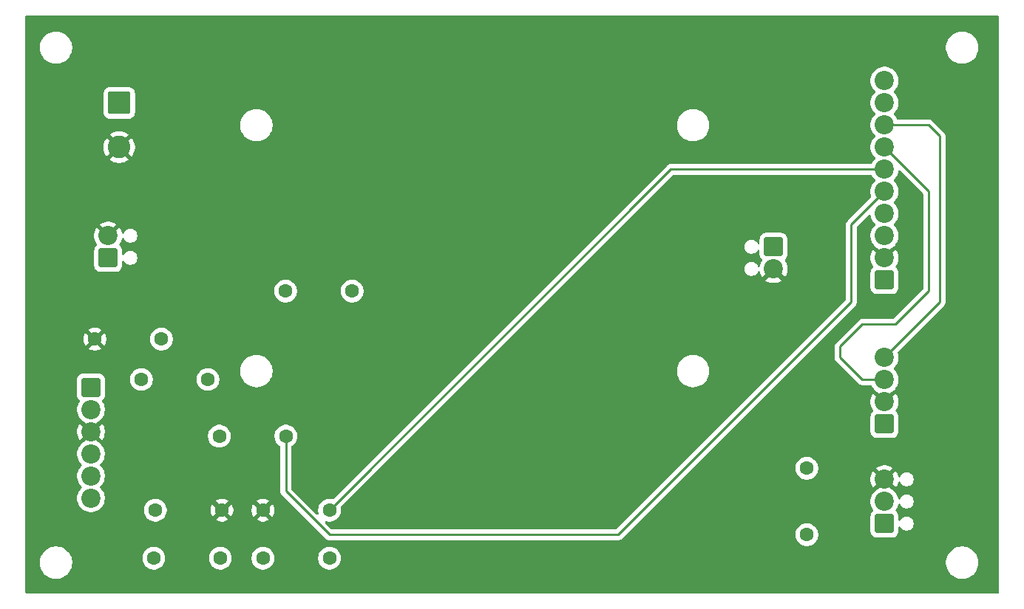
<source format=gbl>
%TF.GenerationSoftware,KiCad,Pcbnew,9.0.7*%
%TF.CreationDate,2026-01-11T22:14:01+00:00*%
%TF.ProjectId,ChillerHub,4368696c-6c65-4724-9875-622e6b696361,rev?*%
%TF.SameCoordinates,Original*%
%TF.FileFunction,Copper,L2,Bot*%
%TF.FilePolarity,Positive*%
%FSLAX46Y46*%
G04 Gerber Fmt 4.6, Leading zero omitted, Abs format (unit mm)*
G04 Created by KiCad (PCBNEW 9.0.7) date 2026-01-11 22:14:01*
%MOMM*%
%LPD*%
G01*
G04 APERTURE LIST*
G04 Aperture macros list*
%AMRoundRect*
0 Rectangle with rounded corners*
0 $1 Rounding radius*
0 $2 $3 $4 $5 $6 $7 $8 $9 X,Y pos of 4 corners*
0 Add a 4 corners polygon primitive as box body*
4,1,4,$2,$3,$4,$5,$6,$7,$8,$9,$2,$3,0*
0 Add four circle primitives for the rounded corners*
1,1,$1+$1,$2,$3*
1,1,$1+$1,$4,$5*
1,1,$1+$1,$6,$7*
1,1,$1+$1,$8,$9*
0 Add four rect primitives between the rounded corners*
20,1,$1+$1,$2,$3,$4,$5,0*
20,1,$1+$1,$4,$5,$6,$7,0*
20,1,$1+$1,$6,$7,$8,$9,0*
20,1,$1+$1,$8,$9,$2,$3,0*%
G04 Aperture macros list end*
%TA.AperFunction,ComponentPad*%
%ADD10RoundRect,0.249999X-0.850001X0.850001X-0.850001X-0.850001X0.850001X-0.850001X0.850001X0.850001X0*%
%TD*%
%TA.AperFunction,ComponentPad*%
%ADD11C,2.200000*%
%TD*%
%TA.AperFunction,ComponentPad*%
%ADD12RoundRect,0.249999X0.850001X-0.850001X0.850001X0.850001X-0.850001X0.850001X-0.850001X-0.850001X0*%
%TD*%
%TA.AperFunction,ComponentPad*%
%ADD13C,1.600000*%
%TD*%
%TA.AperFunction,ComponentPad*%
%ADD14RoundRect,0.250000X-1.050000X1.050000X-1.050000X-1.050000X1.050000X-1.050000X1.050000X1.050000X0*%
%TD*%
%TA.AperFunction,ComponentPad*%
%ADD15C,2.600000*%
%TD*%
%TA.AperFunction,ViaPad*%
%ADD16C,0.800000*%
%TD*%
%TA.AperFunction,Conductor*%
%ADD17C,0.250000*%
%TD*%
G04 APERTURE END LIST*
D10*
%TO.P,J2_GE1,1,Pin_1*%
%TO.N,/GE_+5V_REF*%
X75500000Y-113920000D03*
D11*
%TO.P,J2_GE1,2,Pin_2*%
%TO.N,/GE_SP*%
X75500000Y-116460000D03*
%TO.P,J2_GE1,3,Pin_3*%
%TO.N,GND*%
X75500000Y-119000000D03*
%TO.P,J2_GE1,4,Pin_4*%
%TO.N,/GE_RUN*%
X75500000Y-121540000D03*
%TO.P,J2_GE1,5,Pin_5*%
%TO.N,/GE_DIR*%
X75500000Y-124080000D03*
%TO.P,J2_GE1,6,Pin_6*%
%TO.N,/GE_FG*%
X75500000Y-126620000D03*
%TD*%
D12*
%TO.P,J3_ESP1,1,Pin_1*%
%TO.N,/+5V*%
X166370000Y-101600000D03*
D11*
%TO.P,J3_ESP1,2,Pin_2*%
%TO.N,GND*%
X166370000Y-99060000D03*
%TO.P,J3_ESP1,3,Pin_3*%
%TO.N,/+3V3*%
X166370000Y-96520000D03*
%TO.P,J3_ESP1,4,Pin_4*%
%TO.N,/ESP_RUN_GPIO*%
X166370000Y-93980000D03*
%TO.P,J3_ESP1,5,Pin_5*%
%TO.N,/ESP_DIR_GPIO*%
X166370000Y-91440000D03*
%TO.P,J3_ESP1,6,Pin_6*%
%TO.N,/ESP_FG_IN*%
X166370000Y-88900000D03*
%TO.P,J3_ESP1,7,Pin_7*%
%TO.N,/ESP_SDA*%
X166370000Y-86360000D03*
%TO.P,J3_ESP1,8,Pin_8*%
%TO.N,/ESP_SCL*%
X166370000Y-83820000D03*
%TO.P,J3_ESP1,9,Pin_9*%
%TO.N,/ESP_ OW_GPIO*%
X166370000Y-81280000D03*
%TO.P,J3_ESP1,10,Pin_10*%
%TO.N,/ESP_SPARE*%
X166370000Y-78740000D03*
%TD*%
D12*
%TO.P,J4_SHT1,1,Pin_1*%
%TO.N,/+3V3*%
X166370000Y-118110000D03*
D11*
%TO.P,J4_SHT1,2,Pin_2*%
%TO.N,GND*%
X166370000Y-115570000D03*
%TO.P,J4_SHT1,3,Pin_3*%
%TO.N,/ESP_SDA*%
X166370000Y-113030000D03*
%TO.P,J4_SHT1,4,Pin_4*%
%TO.N,/ESP_SCL*%
X166370000Y-110490000D03*
%TD*%
D12*
%TO.P,J5_DS18B1,1,Pin_1*%
%TO.N,/+3V3*%
X166370000Y-129540000D03*
D11*
%TO.P,J5_DS18B1,2,Pin_2*%
%TO.N,/ESP_ OW_GPIO*%
X166370000Y-127000000D03*
%TO.P,J5_DS18B1,3,Pin_3*%
%TO.N,GND*%
X166370000Y-124460000D03*
%TD*%
%TO.P,U2_LM1,2,Pin_2*%
%TO.N,GND*%
X153670000Y-100330000D03*
D10*
%TO.P,U2_LM1,1,Pin_1*%
%TO.N,/+5V*%
X153670000Y-97790000D03*
%TD*%
D12*
%TO.P,U1_LM1,1,Pin_1*%
%TO.N,/+24V*%
X77470000Y-99060000D03*
D11*
%TO.P,U1_LM1,2,Pin_2*%
%TO.N,GND*%
X77470000Y-96520000D03*
%TD*%
D13*
%TO.P,R9,1*%
%TO.N,/ESP_ OW_GPIO*%
X157480000Y-123190000D03*
%TO.P,R9,2*%
%TO.N,/+3V3*%
X157480000Y-130810000D03*
%TD*%
%TO.P,R1,1*%
%TO.N,Net-(Q1_RUN1-G)*%
X97790000Y-102870000D03*
%TO.P,R1,2*%
%TO.N,/ESP_RUN_GPIO*%
X105410000Y-102870000D03*
%TD*%
%TO.P,R6,1*%
%TO.N,/GE_FG*%
X82690000Y-133500000D03*
%TO.P,R6,2*%
%TO.N,/FG_TOP*%
X90310000Y-133500000D03*
%TD*%
%TO.P,R7,1*%
%TO.N,/FG_TOP*%
X95190000Y-133500000D03*
%TO.P,R7,2*%
%TO.N,/ESP_FG_IN*%
X102810000Y-133500000D03*
%TD*%
%TO.P,R2,1*%
%TO.N,Net-(Q2_DIR1-G)*%
X90190000Y-119500000D03*
%TO.P,R2,2*%
%TO.N,/ESP_DIR_GPIO*%
X97810000Y-119500000D03*
%TD*%
%TO.P,R3,1*%
%TO.N,/GE_RUN*%
X88900000Y-113000000D03*
%TO.P,R3,2*%
%TO.N,/GE_+5V_REF*%
X81280000Y-113000000D03*
%TD*%
%TO.P,R8,1*%
%TO.N,/ESP_FG_IN*%
X102810000Y-128000000D03*
%TO.P,R8,2*%
%TO.N,GND*%
X95190000Y-128000000D03*
%TD*%
D14*
%TO.P,J1_24VDC1,1,Pin_1*%
%TO.N,/+24V*%
X78740000Y-81280000D03*
D15*
%TO.P,J1_24VDC1,2,Pin_2*%
%TO.N,GND*%
X78740000Y-86360000D03*
%TD*%
D13*
%TO.P,R4,1*%
%TO.N,Net-(Q1_RUN1-S)*%
X83573408Y-108375094D03*
%TO.P,R4,2*%
%TO.N,GND*%
X75953408Y-108375094D03*
%TD*%
%TO.P,R5,1*%
%TO.N,Net-(Q2_DIR1-S)*%
X82880000Y-128000000D03*
%TO.P,R5,2*%
%TO.N,GND*%
X90500000Y-128000000D03*
%TD*%
D16*
%TO.N,GND*%
X158750000Y-90170000D03*
X157480000Y-90170000D03*
X168910000Y-100330000D03*
X168910000Y-99060000D03*
X162560000Y-115570000D03*
X162560000Y-114300000D03*
X171450000Y-124460000D03*
X171450000Y-123190000D03*
X157480000Y-101600000D03*
X157480000Y-100330000D03*
X157480000Y-99060000D03*
X82550000Y-87630000D03*
X82550000Y-86360000D03*
X82550000Y-85090000D03*
X69850000Y-119380000D03*
X69850000Y-118110000D03*
%TD*%
D17*
%TO.N,/ESP_DIR_GPIO*%
X97810000Y-125806203D02*
X97810000Y-119500000D01*
X102813797Y-130810000D02*
X97810000Y-125806203D01*
X162560000Y-104140000D02*
X135890000Y-130810000D01*
X135890000Y-130810000D02*
X102813797Y-130810000D01*
X162560000Y-95250000D02*
X162560000Y-104140000D01*
X166370000Y-91440000D02*
X162560000Y-95250000D01*
%TO.N,/ESP_FG_IN*%
X141910000Y-88900000D02*
X102810000Y-128000000D01*
X166370000Y-88900000D02*
X141910000Y-88900000D01*
%TO.N,/ESP_SDA*%
X161290000Y-110490000D02*
X163830000Y-113030000D01*
X161290000Y-109220000D02*
X161290000Y-110490000D01*
X163830000Y-106680000D02*
X161290000Y-109220000D01*
X167640000Y-106680000D02*
X163830000Y-106680000D01*
X163830000Y-113030000D02*
X166370000Y-113030000D01*
X171450000Y-102870000D02*
X167640000Y-106680000D01*
X171450000Y-91440000D02*
X171450000Y-102870000D01*
X166370000Y-86360000D02*
X171450000Y-91440000D01*
%TO.N,/ESP_SCL*%
X172720000Y-104140000D02*
X166370000Y-110490000D01*
X171450000Y-83820000D02*
X172720000Y-85090000D01*
X172720000Y-85090000D02*
X172720000Y-104140000D01*
X166370000Y-83820000D02*
X171450000Y-83820000D01*
%TO.N,/GE_FG*%
X82380000Y-133500000D02*
X82690000Y-133500000D01*
%TO.N,/ESP_FG_IN*%
X102810000Y-128000000D02*
X102690000Y-128000000D01*
%TD*%
%TA.AperFunction,Conductor*%
%TO.N,GND*%
G36*
X164883477Y-89545185D02*
G01*
X164926923Y-89593205D01*
X165001132Y-89738848D01*
X165149201Y-89942649D01*
X165149205Y-89942654D01*
X165288870Y-90082319D01*
X165322355Y-90143642D01*
X165317371Y-90213334D01*
X165288870Y-90257681D01*
X165149205Y-90397345D01*
X165149201Y-90397350D01*
X165001132Y-90601151D01*
X164886760Y-90825616D01*
X164808910Y-91065214D01*
X164769500Y-91314038D01*
X164769500Y-91565961D01*
X164808910Y-91814786D01*
X164859419Y-91970239D01*
X164861414Y-92040081D01*
X164829169Y-92096238D01*
X162161269Y-94764140D01*
X162074144Y-94851264D01*
X162074138Y-94851272D01*
X162005690Y-94953708D01*
X162005688Y-94953713D01*
X161977132Y-95022655D01*
X161977132Y-95022656D01*
X161958538Y-95067545D01*
X161958535Y-95067555D01*
X161934500Y-95188389D01*
X161934500Y-103829547D01*
X161914815Y-103896586D01*
X161898181Y-103917228D01*
X135667229Y-130148181D01*
X135605906Y-130181666D01*
X135579548Y-130184500D01*
X103124250Y-130184500D01*
X103057211Y-130164815D01*
X103036569Y-130148181D01*
X102354300Y-129465912D01*
X102320815Y-129404589D01*
X102325799Y-129334897D01*
X102367671Y-129278964D01*
X102433135Y-129254547D01*
X102480299Y-129260299D01*
X102505466Y-129268477D01*
X102707648Y-129300500D01*
X102707649Y-129300500D01*
X102912351Y-129300500D01*
X102912352Y-129300500D01*
X103114534Y-129268477D01*
X103309219Y-129205220D01*
X103491610Y-129112287D01*
X103605273Y-129029707D01*
X103657213Y-128991971D01*
X103657215Y-128991968D01*
X103657219Y-128991966D01*
X103801966Y-128847219D01*
X103801968Y-128847215D01*
X103801971Y-128847213D01*
X103857879Y-128770261D01*
X103922287Y-128681610D01*
X104015220Y-128499219D01*
X104078477Y-128304534D01*
X104110500Y-128102352D01*
X104110500Y-127897648D01*
X104090240Y-127769735D01*
X104077715Y-127690654D01*
X104079777Y-127690327D01*
X104082784Y-127629304D01*
X104112215Y-127582373D01*
X119777817Y-111916772D01*
X142597158Y-111916772D01*
X142597158Y-112159349D01*
X142628819Y-112399846D01*
X142691605Y-112634165D01*
X142716997Y-112695466D01*
X142784434Y-112858273D01*
X142905722Y-113068350D01*
X142905724Y-113068353D01*
X142905725Y-113068354D01*
X143053391Y-113260797D01*
X143053397Y-113260804D01*
X143224914Y-113432321D01*
X143224920Y-113432326D01*
X143417369Y-113579997D01*
X143627446Y-113701285D01*
X143851558Y-113794115D01*
X144085869Y-113856899D01*
X144266244Y-113880645D01*
X144326369Y-113888561D01*
X144326370Y-113888561D01*
X144568947Y-113888561D01*
X144617046Y-113882228D01*
X144809447Y-113856899D01*
X145043758Y-113794115D01*
X145267870Y-113701285D01*
X145477947Y-113579997D01*
X145670396Y-113432326D01*
X145841923Y-113260799D01*
X145989594Y-113068350D01*
X146110882Y-112858273D01*
X146203712Y-112634161D01*
X146266496Y-112399850D01*
X146298158Y-112159349D01*
X146298158Y-111916773D01*
X146266496Y-111676272D01*
X146203712Y-111441961D01*
X146110882Y-111217849D01*
X145989594Y-111007772D01*
X145898252Y-110888733D01*
X145841924Y-110815324D01*
X145841918Y-110815317D01*
X145670401Y-110643800D01*
X145670394Y-110643794D01*
X145477951Y-110496128D01*
X145477950Y-110496127D01*
X145477947Y-110496125D01*
X145267870Y-110374837D01*
X145241799Y-110364038D01*
X145043762Y-110282008D01*
X144809443Y-110219222D01*
X144568947Y-110187561D01*
X144568946Y-110187561D01*
X144326370Y-110187561D01*
X144326369Y-110187561D01*
X144085872Y-110219222D01*
X143851553Y-110282008D01*
X143627452Y-110374834D01*
X143627443Y-110374838D01*
X143417364Y-110496128D01*
X143224921Y-110643794D01*
X143224914Y-110643800D01*
X143053397Y-110815317D01*
X143053391Y-110815324D01*
X142905725Y-111007767D01*
X142784435Y-111217846D01*
X142784431Y-111217855D01*
X142691605Y-111441956D01*
X142628819Y-111676275D01*
X142597158Y-111916772D01*
X119777817Y-111916772D01*
X133983437Y-97711153D01*
X150329500Y-97711153D01*
X150329500Y-97868846D01*
X150360261Y-98023489D01*
X150360264Y-98023501D01*
X150420602Y-98169172D01*
X150420609Y-98169185D01*
X150508210Y-98300288D01*
X150508213Y-98300292D01*
X150619707Y-98411786D01*
X150619711Y-98411789D01*
X150750814Y-98499390D01*
X150750827Y-98499397D01*
X150872288Y-98549707D01*
X150896503Y-98559737D01*
X151051153Y-98590499D01*
X151051156Y-98590500D01*
X151051158Y-98590500D01*
X151208844Y-98590500D01*
X151208845Y-98590499D01*
X151363497Y-98559737D01*
X151509179Y-98499394D01*
X151640289Y-98411789D01*
X151751789Y-98300289D01*
X151839394Y-98169179D01*
X151842398Y-98164684D01*
X151896010Y-98119879D01*
X151965335Y-98111172D01*
X152028363Y-98141326D01*
X152065082Y-98200770D01*
X152069500Y-98233575D01*
X152069500Y-98690017D01*
X152080000Y-98792796D01*
X152135185Y-98959332D01*
X152135187Y-98959337D01*
X152227289Y-99108657D01*
X152356451Y-99237819D01*
X152354117Y-99240152D01*
X152386065Y-99285195D01*
X152389257Y-99354992D01*
X152369126Y-99398415D01*
X152301559Y-99491413D01*
X152187219Y-99715815D01*
X152109397Y-99955329D01*
X152104008Y-99989353D01*
X152074077Y-100052487D01*
X152014765Y-100089417D01*
X151944902Y-100088418D01*
X151886671Y-100049807D01*
X151866974Y-100017405D01*
X151839397Y-99950827D01*
X151839390Y-99950814D01*
X151751789Y-99819711D01*
X151751786Y-99819707D01*
X151640292Y-99708213D01*
X151640288Y-99708210D01*
X151509185Y-99620609D01*
X151509172Y-99620602D01*
X151363501Y-99560264D01*
X151363489Y-99560261D01*
X151208845Y-99529500D01*
X151208842Y-99529500D01*
X151051158Y-99529500D01*
X151051155Y-99529500D01*
X150896510Y-99560261D01*
X150896498Y-99560264D01*
X150750827Y-99620602D01*
X150750814Y-99620609D01*
X150619711Y-99708210D01*
X150619707Y-99708213D01*
X150508213Y-99819707D01*
X150508210Y-99819711D01*
X150420609Y-99950814D01*
X150420602Y-99950827D01*
X150360264Y-100096498D01*
X150360261Y-100096510D01*
X150329500Y-100251153D01*
X150329500Y-100408846D01*
X150360261Y-100563489D01*
X150360264Y-100563501D01*
X150420602Y-100709172D01*
X150420609Y-100709185D01*
X150508210Y-100840288D01*
X150508213Y-100840292D01*
X150619707Y-100951786D01*
X150619711Y-100951789D01*
X150750814Y-101039390D01*
X150750827Y-101039397D01*
X150896498Y-101099735D01*
X150896503Y-101099737D01*
X151051153Y-101130499D01*
X151051156Y-101130500D01*
X151051158Y-101130500D01*
X151208844Y-101130500D01*
X151208845Y-101130499D01*
X151363497Y-101099737D01*
X151509179Y-101039394D01*
X151640289Y-100951789D01*
X151751789Y-100840289D01*
X151839394Y-100709179D01*
X151866974Y-100642592D01*
X151910814Y-100588191D01*
X151977108Y-100566125D01*
X152044807Y-100583403D01*
X152092418Y-100634540D01*
X152104008Y-100670646D01*
X152109397Y-100704670D01*
X152187219Y-100944184D01*
X152301557Y-101168583D01*
X152375748Y-101270697D01*
X152375748Y-101270698D01*
X153146212Y-100500233D01*
X153157482Y-100542292D01*
X153229890Y-100667708D01*
X153332292Y-100770110D01*
X153457708Y-100842518D01*
X153499765Y-100853787D01*
X152729300Y-101624250D01*
X152831416Y-101698442D01*
X153055815Y-101812780D01*
X153295330Y-101890602D01*
X153544072Y-101930000D01*
X153795928Y-101930000D01*
X154044669Y-101890602D01*
X154284184Y-101812780D01*
X154508575Y-101698446D01*
X154508581Y-101698442D01*
X154610697Y-101624250D01*
X154610698Y-101624250D01*
X153840234Y-100853787D01*
X153882292Y-100842518D01*
X154007708Y-100770110D01*
X154110110Y-100667708D01*
X154182518Y-100542292D01*
X154193787Y-100500234D01*
X154964250Y-101270698D01*
X154964250Y-101270697D01*
X155038442Y-101168581D01*
X155038446Y-101168575D01*
X155152780Y-100944184D01*
X155230602Y-100704669D01*
X155270000Y-100455928D01*
X155270000Y-100204071D01*
X155230602Y-99955330D01*
X155152780Y-99715815D01*
X155038442Y-99491416D01*
X154970873Y-99398416D01*
X154947393Y-99332610D01*
X154963218Y-99264556D01*
X154985082Y-99239352D01*
X154983549Y-99237819D01*
X155043772Y-99177596D01*
X155112712Y-99108656D01*
X155204814Y-98959335D01*
X155259999Y-98792798D01*
X155270500Y-98690010D01*
X155270500Y-96889990D01*
X155259999Y-96787202D01*
X155204814Y-96620665D01*
X155112712Y-96471344D01*
X154988656Y-96347288D01*
X154885846Y-96283874D01*
X154839337Y-96255187D01*
X154839332Y-96255185D01*
X154837863Y-96254698D01*
X154672798Y-96200001D01*
X154672796Y-96200000D01*
X154570017Y-96189500D01*
X154570010Y-96189500D01*
X152769990Y-96189500D01*
X152769982Y-96189500D01*
X152667203Y-96200000D01*
X152667202Y-96200001D01*
X152620559Y-96215457D01*
X152500667Y-96255185D01*
X152500662Y-96255187D01*
X152351342Y-96347289D01*
X152227289Y-96471342D01*
X152135187Y-96620662D01*
X152135185Y-96620667D01*
X152126803Y-96645962D01*
X152080001Y-96787202D01*
X152080001Y-96787203D01*
X152080000Y-96787203D01*
X152069500Y-96889982D01*
X152069500Y-97346424D01*
X152049815Y-97413463D01*
X151997011Y-97459218D01*
X151927853Y-97469162D01*
X151864297Y-97440137D01*
X151842398Y-97415315D01*
X151751789Y-97279711D01*
X151751786Y-97279707D01*
X151640292Y-97168213D01*
X151640288Y-97168210D01*
X151509185Y-97080609D01*
X151509172Y-97080602D01*
X151363501Y-97020264D01*
X151363489Y-97020261D01*
X151208845Y-96989500D01*
X151208842Y-96989500D01*
X151051158Y-96989500D01*
X151051155Y-96989500D01*
X150896510Y-97020261D01*
X150896498Y-97020264D01*
X150750827Y-97080602D01*
X150750814Y-97080609D01*
X150619711Y-97168210D01*
X150619707Y-97168213D01*
X150508213Y-97279707D01*
X150508210Y-97279711D01*
X150420609Y-97410814D01*
X150420602Y-97410827D01*
X150360264Y-97556498D01*
X150360261Y-97556510D01*
X150329500Y-97711153D01*
X133983437Y-97711153D01*
X142132771Y-89561819D01*
X142194094Y-89528334D01*
X142220452Y-89525500D01*
X164816438Y-89525500D01*
X164883477Y-89545185D01*
G37*
%TD.AperFunction*%
%TA.AperFunction,Conductor*%
G36*
X179402539Y-71260185D02*
G01*
X179448294Y-71312989D01*
X179459500Y-71364500D01*
X179459500Y-137415500D01*
X179439815Y-137482539D01*
X179387011Y-137528294D01*
X179335500Y-137539500D01*
X68124500Y-137539500D01*
X68057461Y-137519815D01*
X68011706Y-137467011D01*
X68000500Y-137415500D01*
X68000500Y-133878711D01*
X69649500Y-133878711D01*
X69649500Y-134121288D01*
X69681161Y-134361785D01*
X69743947Y-134596104D01*
X69828611Y-134800500D01*
X69836776Y-134820212D01*
X69958064Y-135030289D01*
X69958066Y-135030292D01*
X69958067Y-135030293D01*
X70105733Y-135222736D01*
X70105739Y-135222743D01*
X70277256Y-135394260D01*
X70277262Y-135394265D01*
X70469711Y-135541936D01*
X70679788Y-135663224D01*
X70903900Y-135756054D01*
X71138211Y-135818838D01*
X71318586Y-135842584D01*
X71378711Y-135850500D01*
X71378712Y-135850500D01*
X71621289Y-135850500D01*
X71669388Y-135844167D01*
X71861789Y-135818838D01*
X72096100Y-135756054D01*
X72320212Y-135663224D01*
X72530289Y-135541936D01*
X72722738Y-135394265D01*
X72894265Y-135222738D01*
X73041936Y-135030289D01*
X73163224Y-134820212D01*
X73256054Y-134596100D01*
X73318838Y-134361789D01*
X73350500Y-134121288D01*
X73350500Y-133878712D01*
X73340734Y-133804534D01*
X73318838Y-133638212D01*
X73309229Y-133602352D01*
X73261673Y-133424869D01*
X73261673Y-133424868D01*
X73259161Y-133415496D01*
X73256054Y-133403900D01*
X73253464Y-133397648D01*
X81389500Y-133397648D01*
X81389500Y-133602351D01*
X81421522Y-133804534D01*
X81484781Y-133999223D01*
X81577715Y-134181613D01*
X81698028Y-134347213D01*
X81842786Y-134491971D01*
X81986110Y-134596100D01*
X82008390Y-134612287D01*
X82124607Y-134671503D01*
X82190776Y-134705218D01*
X82190778Y-134705218D01*
X82190781Y-134705220D01*
X82295137Y-134739127D01*
X82385465Y-134768477D01*
X82486557Y-134784488D01*
X82587648Y-134800500D01*
X82587649Y-134800500D01*
X82792351Y-134800500D01*
X82792352Y-134800500D01*
X82994534Y-134768477D01*
X83189219Y-134705220D01*
X83371610Y-134612287D01*
X83464590Y-134544732D01*
X83537213Y-134491971D01*
X83537215Y-134491968D01*
X83537219Y-134491966D01*
X83681966Y-134347219D01*
X83681968Y-134347215D01*
X83681971Y-134347213D01*
X83734732Y-134274590D01*
X83802287Y-134181610D01*
X83895220Y-133999219D01*
X83958477Y-133804534D01*
X83990500Y-133602352D01*
X83990500Y-133397648D01*
X89009500Y-133397648D01*
X89009500Y-133602351D01*
X89041522Y-133804534D01*
X89104781Y-133999223D01*
X89197715Y-134181613D01*
X89318028Y-134347213D01*
X89462786Y-134491971D01*
X89606110Y-134596100D01*
X89628390Y-134612287D01*
X89744607Y-134671503D01*
X89810776Y-134705218D01*
X89810778Y-134705218D01*
X89810781Y-134705220D01*
X89915137Y-134739127D01*
X90005465Y-134768477D01*
X90106557Y-134784488D01*
X90207648Y-134800500D01*
X90207649Y-134800500D01*
X90412351Y-134800500D01*
X90412352Y-134800500D01*
X90614534Y-134768477D01*
X90809219Y-134705220D01*
X90991610Y-134612287D01*
X91084590Y-134544732D01*
X91157213Y-134491971D01*
X91157215Y-134491968D01*
X91157219Y-134491966D01*
X91301966Y-134347219D01*
X91301968Y-134347215D01*
X91301971Y-134347213D01*
X91354732Y-134274590D01*
X91422287Y-134181610D01*
X91515220Y-133999219D01*
X91578477Y-133804534D01*
X91610500Y-133602352D01*
X91610500Y-133397648D01*
X93889500Y-133397648D01*
X93889500Y-133602351D01*
X93921522Y-133804534D01*
X93984781Y-133999223D01*
X94077715Y-134181613D01*
X94198028Y-134347213D01*
X94342786Y-134491971D01*
X94486110Y-134596100D01*
X94508390Y-134612287D01*
X94624607Y-134671503D01*
X94690776Y-134705218D01*
X94690778Y-134705218D01*
X94690781Y-134705220D01*
X94795137Y-134739127D01*
X94885465Y-134768477D01*
X94986557Y-134784488D01*
X95087648Y-134800500D01*
X95087649Y-134800500D01*
X95292351Y-134800500D01*
X95292352Y-134800500D01*
X95494534Y-134768477D01*
X95689219Y-134705220D01*
X95871610Y-134612287D01*
X95964590Y-134544732D01*
X96037213Y-134491971D01*
X96037215Y-134491968D01*
X96037219Y-134491966D01*
X96181966Y-134347219D01*
X96181968Y-134347215D01*
X96181971Y-134347213D01*
X96234732Y-134274590D01*
X96302287Y-134181610D01*
X96395220Y-133999219D01*
X96458477Y-133804534D01*
X96490500Y-133602352D01*
X96490500Y-133397648D01*
X101509500Y-133397648D01*
X101509500Y-133602351D01*
X101541522Y-133804534D01*
X101604781Y-133999223D01*
X101697715Y-134181613D01*
X101818028Y-134347213D01*
X101962786Y-134491971D01*
X102106110Y-134596100D01*
X102128390Y-134612287D01*
X102244607Y-134671503D01*
X102310776Y-134705218D01*
X102310778Y-134705218D01*
X102310781Y-134705220D01*
X102415137Y-134739127D01*
X102505465Y-134768477D01*
X102606557Y-134784488D01*
X102707648Y-134800500D01*
X102707649Y-134800500D01*
X102912351Y-134800500D01*
X102912352Y-134800500D01*
X103114534Y-134768477D01*
X103309219Y-134705220D01*
X103491610Y-134612287D01*
X103584590Y-134544732D01*
X103657213Y-134491971D01*
X103657215Y-134491968D01*
X103657219Y-134491966D01*
X103801966Y-134347219D01*
X103801968Y-134347215D01*
X103801971Y-134347213D01*
X103854732Y-134274590D01*
X103922287Y-134181610D01*
X104015220Y-133999219D01*
X104054375Y-133878712D01*
X104054375Y-133878711D01*
X173409500Y-133878711D01*
X173409500Y-134121288D01*
X173441161Y-134361785D01*
X173503947Y-134596104D01*
X173588611Y-134800500D01*
X173596776Y-134820212D01*
X173718064Y-135030289D01*
X173718066Y-135030292D01*
X173718067Y-135030293D01*
X173865733Y-135222736D01*
X173865739Y-135222743D01*
X174037256Y-135394260D01*
X174037262Y-135394265D01*
X174229711Y-135541936D01*
X174439788Y-135663224D01*
X174663900Y-135756054D01*
X174898211Y-135818838D01*
X175078586Y-135842584D01*
X175138711Y-135850500D01*
X175138712Y-135850500D01*
X175381289Y-135850500D01*
X175429388Y-135844167D01*
X175621789Y-135818838D01*
X175856100Y-135756054D01*
X176080212Y-135663224D01*
X176290289Y-135541936D01*
X176482738Y-135394265D01*
X176654265Y-135222738D01*
X176801936Y-135030289D01*
X176923224Y-134820212D01*
X177016054Y-134596100D01*
X177078838Y-134361789D01*
X177110500Y-134121288D01*
X177110500Y-133878712D01*
X177078838Y-133638211D01*
X177016054Y-133403900D01*
X176923224Y-133179788D01*
X176801936Y-132969711D01*
X176685824Y-132818390D01*
X176654266Y-132777263D01*
X176654260Y-132777256D01*
X176482743Y-132605739D01*
X176482736Y-132605733D01*
X176290293Y-132458067D01*
X176290292Y-132458066D01*
X176290289Y-132458064D01*
X176080212Y-132336776D01*
X176080205Y-132336773D01*
X175856104Y-132243947D01*
X175621785Y-132181161D01*
X175381289Y-132149500D01*
X175381288Y-132149500D01*
X175138712Y-132149500D01*
X175138711Y-132149500D01*
X174898214Y-132181161D01*
X174663895Y-132243947D01*
X174439794Y-132336773D01*
X174439785Y-132336777D01*
X174229706Y-132458067D01*
X174037263Y-132605733D01*
X174037256Y-132605739D01*
X173865739Y-132777256D01*
X173865733Y-132777263D01*
X173718067Y-132969706D01*
X173596777Y-133179785D01*
X173596773Y-133179794D01*
X173503947Y-133403895D01*
X173441161Y-133638214D01*
X173409500Y-133878711D01*
X104054375Y-133878711D01*
X104068145Y-133836334D01*
X104068145Y-133836333D01*
X104078476Y-133804538D01*
X104078476Y-133804537D01*
X104078477Y-133804534D01*
X104110500Y-133602352D01*
X104110500Y-133397648D01*
X104078477Y-133195466D01*
X104015220Y-133000781D01*
X104015218Y-133000778D01*
X104015218Y-133000776D01*
X103981503Y-132934607D01*
X103922287Y-132818390D01*
X103892402Y-132777256D01*
X103801971Y-132652786D01*
X103657213Y-132508028D01*
X103491613Y-132387715D01*
X103491612Y-132387714D01*
X103491610Y-132387713D01*
X103391635Y-132336773D01*
X103309223Y-132294781D01*
X103114534Y-132231522D01*
X102939995Y-132203878D01*
X102912352Y-132199500D01*
X102707648Y-132199500D01*
X102683329Y-132203351D01*
X102505465Y-132231522D01*
X102310776Y-132294781D01*
X102128386Y-132387715D01*
X101962786Y-132508028D01*
X101818028Y-132652786D01*
X101697715Y-132818386D01*
X101604781Y-133000776D01*
X101541522Y-133195465D01*
X101509500Y-133397648D01*
X96490500Y-133397648D01*
X96458477Y-133195466D01*
X96395220Y-133000781D01*
X96395218Y-133000778D01*
X96395218Y-133000776D01*
X96361503Y-132934607D01*
X96302287Y-132818390D01*
X96272402Y-132777256D01*
X96181971Y-132652786D01*
X96037213Y-132508028D01*
X95871613Y-132387715D01*
X95871612Y-132387714D01*
X95871610Y-132387713D01*
X95771635Y-132336773D01*
X95689223Y-132294781D01*
X95494534Y-132231522D01*
X95319995Y-132203878D01*
X95292352Y-132199500D01*
X95087648Y-132199500D01*
X95063329Y-132203351D01*
X94885465Y-132231522D01*
X94690776Y-132294781D01*
X94508386Y-132387715D01*
X94342786Y-132508028D01*
X94198028Y-132652786D01*
X94077715Y-132818386D01*
X93984781Y-133000776D01*
X93921522Y-133195465D01*
X93889500Y-133397648D01*
X91610500Y-133397648D01*
X91578477Y-133195466D01*
X91515220Y-133000781D01*
X91515218Y-133000778D01*
X91515218Y-133000776D01*
X91481503Y-132934607D01*
X91422287Y-132818390D01*
X91392402Y-132777256D01*
X91301971Y-132652786D01*
X91157213Y-132508028D01*
X90991613Y-132387715D01*
X90991612Y-132387714D01*
X90991610Y-132387713D01*
X90891635Y-132336773D01*
X90809223Y-132294781D01*
X90614534Y-132231522D01*
X90439995Y-132203878D01*
X90412352Y-132199500D01*
X90207648Y-132199500D01*
X90183329Y-132203351D01*
X90005465Y-132231522D01*
X89810776Y-132294781D01*
X89628386Y-132387715D01*
X89462786Y-132508028D01*
X89318028Y-132652786D01*
X89197715Y-132818386D01*
X89104781Y-133000776D01*
X89041522Y-133195465D01*
X89009500Y-133397648D01*
X83990500Y-133397648D01*
X83958477Y-133195466D01*
X83895220Y-133000781D01*
X83895218Y-133000778D01*
X83895218Y-133000776D01*
X83861503Y-132934607D01*
X83802287Y-132818390D01*
X83772402Y-132777256D01*
X83681971Y-132652786D01*
X83537213Y-132508028D01*
X83371613Y-132387715D01*
X83371612Y-132387714D01*
X83371610Y-132387713D01*
X83271635Y-132336773D01*
X83189223Y-132294781D01*
X82994534Y-132231522D01*
X82819995Y-132203878D01*
X82792352Y-132199500D01*
X82587648Y-132199500D01*
X82563329Y-132203351D01*
X82385465Y-132231522D01*
X82190776Y-132294781D01*
X82008386Y-132387715D01*
X81842786Y-132508028D01*
X81698028Y-132652786D01*
X81577715Y-132818386D01*
X81484781Y-133000776D01*
X81421522Y-133195465D01*
X81389500Y-133397648D01*
X73253464Y-133397648D01*
X73163224Y-133179788D01*
X73041936Y-132969711D01*
X72925824Y-132818390D01*
X72894266Y-132777263D01*
X72894260Y-132777256D01*
X72722743Y-132605739D01*
X72722736Y-132605733D01*
X72530293Y-132458067D01*
X72530292Y-132458066D01*
X72530289Y-132458064D01*
X72320212Y-132336776D01*
X72320205Y-132336773D01*
X72096104Y-132243947D01*
X71861785Y-132181161D01*
X71621289Y-132149500D01*
X71621288Y-132149500D01*
X71378712Y-132149500D01*
X71378711Y-132149500D01*
X71138214Y-132181161D01*
X70903895Y-132243947D01*
X70679794Y-132336773D01*
X70679785Y-132336777D01*
X70469706Y-132458067D01*
X70277263Y-132605733D01*
X70277256Y-132605739D01*
X70105739Y-132777256D01*
X70105733Y-132777263D01*
X69958067Y-132969706D01*
X69836777Y-133179785D01*
X69836773Y-133179794D01*
X69743947Y-133403895D01*
X69681161Y-133638214D01*
X69649500Y-133878711D01*
X68000500Y-133878711D01*
X68000500Y-113019982D01*
X73899500Y-113019982D01*
X73899500Y-114820017D01*
X73910000Y-114922796D01*
X73965185Y-115089332D01*
X73965187Y-115089337D01*
X74057289Y-115238657D01*
X74186128Y-115367496D01*
X74219613Y-115428819D01*
X74214629Y-115498511D01*
X74198767Y-115528058D01*
X74198765Y-115528063D01*
X74131128Y-115621158D01*
X74016760Y-115845616D01*
X73938910Y-116085214D01*
X73923235Y-116184184D01*
X73899500Y-116334038D01*
X73899500Y-116585962D01*
X73911572Y-116662181D01*
X73938910Y-116834785D01*
X74016760Y-117074383D01*
X74131132Y-117298848D01*
X74279201Y-117502649D01*
X74279205Y-117502654D01*
X74457345Y-117680794D01*
X74457350Y-117680798D01*
X74661153Y-117828869D01*
X74687018Y-117842048D01*
X74718405Y-117864852D01*
X75329765Y-118476212D01*
X75287708Y-118487482D01*
X75162292Y-118559890D01*
X75059890Y-118662292D01*
X74987482Y-118787708D01*
X74976212Y-118829765D01*
X74205748Y-118059300D01*
X74205747Y-118059301D01*
X74131559Y-118161413D01*
X74017219Y-118385815D01*
X73939397Y-118625330D01*
X73900000Y-118874071D01*
X73900000Y-119125928D01*
X73939397Y-119374669D01*
X74017219Y-119614184D01*
X74131557Y-119838583D01*
X74205748Y-119940697D01*
X74205748Y-119940698D01*
X74976212Y-119170234D01*
X74987482Y-119212292D01*
X75059890Y-119337708D01*
X75162292Y-119440110D01*
X75287708Y-119512518D01*
X75329765Y-119523787D01*
X74718404Y-120135147D01*
X74687023Y-120157948D01*
X74661152Y-120171131D01*
X74457350Y-120319201D01*
X74457345Y-120319205D01*
X74279205Y-120497345D01*
X74279201Y-120497350D01*
X74131132Y-120701151D01*
X74016760Y-120925616D01*
X73938910Y-121165214D01*
X73899500Y-121414038D01*
X73899500Y-121665961D01*
X73938910Y-121914785D01*
X74016760Y-122154383D01*
X74038999Y-122198028D01*
X74112754Y-122342781D01*
X74131132Y-122378848D01*
X74279201Y-122582649D01*
X74279205Y-122582654D01*
X74418870Y-122722319D01*
X74452355Y-122783642D01*
X74447371Y-122853334D01*
X74418870Y-122897681D01*
X74279205Y-123037345D01*
X74279201Y-123037350D01*
X74131132Y-123241151D01*
X74016760Y-123465616D01*
X73944107Y-123689219D01*
X73938910Y-123705215D01*
X73899500Y-123954038D01*
X73899500Y-124205962D01*
X73906112Y-124247708D01*
X73938910Y-124454785D01*
X74016760Y-124694383D01*
X74131132Y-124918848D01*
X74279201Y-125122649D01*
X74279205Y-125122654D01*
X74418870Y-125262319D01*
X74452355Y-125323642D01*
X74447371Y-125393334D01*
X74418870Y-125437681D01*
X74279205Y-125577345D01*
X74279201Y-125577350D01*
X74131132Y-125781151D01*
X74016760Y-126005616D01*
X73951998Y-126204934D01*
X73938910Y-126245215D01*
X73899500Y-126494038D01*
X73899500Y-126745962D01*
X73922020Y-126888147D01*
X73938910Y-126994785D01*
X74016760Y-127234383D01*
X74131132Y-127458848D01*
X74279201Y-127662649D01*
X74279205Y-127662654D01*
X74457345Y-127840794D01*
X74457350Y-127840798D01*
X74535598Y-127897648D01*
X74661155Y-127988870D01*
X74786352Y-128052661D01*
X74885616Y-128103239D01*
X74885618Y-128103239D01*
X74885621Y-128103241D01*
X75125215Y-128181090D01*
X75374038Y-128220500D01*
X75374039Y-128220500D01*
X75625961Y-128220500D01*
X75625962Y-128220500D01*
X75874785Y-128181090D01*
X76114379Y-128103241D01*
X76116193Y-128102317D01*
X76126062Y-128097288D01*
X76338845Y-127988870D01*
X76464402Y-127897648D01*
X81579500Y-127897648D01*
X81579500Y-128102352D01*
X81579641Y-128103241D01*
X81611522Y-128304534D01*
X81674781Y-128499223D01*
X81738691Y-128624653D01*
X81767585Y-128681359D01*
X81767715Y-128681613D01*
X81888028Y-128847213D01*
X82032786Y-128991971D01*
X82153226Y-129079474D01*
X82198390Y-129112287D01*
X82293655Y-129160827D01*
X82380776Y-129205218D01*
X82380778Y-129205218D01*
X82380781Y-129205220D01*
X82485137Y-129239127D01*
X82575465Y-129268477D01*
X82641677Y-129278964D01*
X82777648Y-129300500D01*
X82777649Y-129300500D01*
X82982351Y-129300500D01*
X82982352Y-129300500D01*
X83184534Y-129268477D01*
X83379219Y-129205220D01*
X83561610Y-129112287D01*
X83675273Y-129029707D01*
X83727213Y-128991971D01*
X83727215Y-128991968D01*
X83727219Y-128991966D01*
X83871966Y-128847219D01*
X83871968Y-128847215D01*
X83871971Y-128847213D01*
X83927879Y-128770261D01*
X83992287Y-128681610D01*
X84085220Y-128499219D01*
X84148477Y-128304534D01*
X84180500Y-128102352D01*
X84180500Y-127897682D01*
X89200000Y-127897682D01*
X89200000Y-128102317D01*
X89232009Y-128304417D01*
X89295244Y-128499031D01*
X89388141Y-128681350D01*
X89388147Y-128681359D01*
X89420523Y-128725921D01*
X89420524Y-128725922D01*
X90100000Y-128046446D01*
X90100000Y-128052661D01*
X90127259Y-128154394D01*
X90179920Y-128245606D01*
X90254394Y-128320080D01*
X90345606Y-128372741D01*
X90447339Y-128400000D01*
X90453553Y-128400000D01*
X89774076Y-129079474D01*
X89818650Y-129111859D01*
X90000968Y-129204755D01*
X90195582Y-129267990D01*
X90397683Y-129300000D01*
X90602317Y-129300000D01*
X90804417Y-129267990D01*
X90999031Y-129204755D01*
X91181349Y-129111859D01*
X91225921Y-129079474D01*
X90546447Y-128400000D01*
X90552661Y-128400000D01*
X90654394Y-128372741D01*
X90745606Y-128320080D01*
X90820080Y-128245606D01*
X90872741Y-128154394D01*
X90900000Y-128052661D01*
X90900000Y-128046447D01*
X91579474Y-128725921D01*
X91611859Y-128681349D01*
X91704755Y-128499031D01*
X91767990Y-128304417D01*
X91800000Y-128102317D01*
X91800000Y-127897682D01*
X93890000Y-127897682D01*
X93890000Y-128102317D01*
X93922009Y-128304417D01*
X93985244Y-128499031D01*
X94078141Y-128681350D01*
X94078147Y-128681359D01*
X94110523Y-128725921D01*
X94110524Y-128725922D01*
X94790000Y-128046446D01*
X94790000Y-128052661D01*
X94817259Y-128154394D01*
X94869920Y-128245606D01*
X94944394Y-128320080D01*
X95035606Y-128372741D01*
X95137339Y-128400000D01*
X95143553Y-128400000D01*
X94464076Y-129079474D01*
X94508650Y-129111859D01*
X94690968Y-129204755D01*
X94885582Y-129267990D01*
X95087683Y-129300000D01*
X95292317Y-129300000D01*
X95494417Y-129267990D01*
X95689031Y-129204755D01*
X95871349Y-129111859D01*
X95915921Y-129079474D01*
X95236447Y-128400000D01*
X95242661Y-128400000D01*
X95344394Y-128372741D01*
X95435606Y-128320080D01*
X95510080Y-128245606D01*
X95562741Y-128154394D01*
X95590000Y-128052661D01*
X95590000Y-128046448D01*
X96269474Y-128725922D01*
X96269474Y-128725921D01*
X96301859Y-128681349D01*
X96394755Y-128499031D01*
X96457990Y-128304417D01*
X96490000Y-128102317D01*
X96490000Y-127897682D01*
X96457990Y-127695582D01*
X96394755Y-127500968D01*
X96301859Y-127318650D01*
X96269474Y-127274077D01*
X96269474Y-127274076D01*
X95590000Y-127953551D01*
X95590000Y-127947339D01*
X95562741Y-127845606D01*
X95510080Y-127754394D01*
X95435606Y-127679920D01*
X95344394Y-127627259D01*
X95242661Y-127600000D01*
X95236446Y-127600000D01*
X95915922Y-126920524D01*
X95915921Y-126920523D01*
X95871359Y-126888147D01*
X95871350Y-126888141D01*
X95689031Y-126795244D01*
X95494417Y-126732009D01*
X95292317Y-126700000D01*
X95087683Y-126700000D01*
X94885582Y-126732009D01*
X94690968Y-126795244D01*
X94508644Y-126888143D01*
X94464077Y-126920523D01*
X94464077Y-126920524D01*
X95143554Y-127600000D01*
X95137339Y-127600000D01*
X95035606Y-127627259D01*
X94944394Y-127679920D01*
X94869920Y-127754394D01*
X94817259Y-127845606D01*
X94790000Y-127947339D01*
X94790000Y-127953553D01*
X94110524Y-127274077D01*
X94110523Y-127274077D01*
X94078143Y-127318644D01*
X93985244Y-127500968D01*
X93922009Y-127695582D01*
X93890000Y-127897682D01*
X91800000Y-127897682D01*
X91767990Y-127695582D01*
X91704755Y-127500968D01*
X91611859Y-127318650D01*
X91579474Y-127274077D01*
X91579474Y-127274076D01*
X90900000Y-127953551D01*
X90900000Y-127947339D01*
X90872741Y-127845606D01*
X90820080Y-127754394D01*
X90745606Y-127679920D01*
X90654394Y-127627259D01*
X90552661Y-127600000D01*
X90546446Y-127600000D01*
X91225922Y-126920524D01*
X91225921Y-126920523D01*
X91181359Y-126888147D01*
X91181350Y-126888141D01*
X90999031Y-126795244D01*
X90804417Y-126732009D01*
X90602317Y-126700000D01*
X90397683Y-126700000D01*
X90195582Y-126732009D01*
X90000968Y-126795244D01*
X89818644Y-126888143D01*
X89774077Y-126920523D01*
X89774077Y-126920524D01*
X90453554Y-127600000D01*
X90447339Y-127600000D01*
X90345606Y-127627259D01*
X90254394Y-127679920D01*
X90179920Y-127754394D01*
X90127259Y-127845606D01*
X90100000Y-127947339D01*
X90100000Y-127953553D01*
X89420524Y-127274077D01*
X89420523Y-127274077D01*
X89388143Y-127318644D01*
X89295244Y-127500968D01*
X89232009Y-127695582D01*
X89200000Y-127897682D01*
X84180500Y-127897682D01*
X84180500Y-127897648D01*
X84160240Y-127769735D01*
X84148477Y-127695465D01*
X84088309Y-127510288D01*
X84085220Y-127500781D01*
X84085218Y-127500778D01*
X84085218Y-127500776D01*
X84051503Y-127434607D01*
X83992287Y-127318390D01*
X83984556Y-127307749D01*
X83871971Y-127152786D01*
X83727213Y-127008028D01*
X83561613Y-126887715D01*
X83561612Y-126887714D01*
X83561610Y-126887713D01*
X83504653Y-126858691D01*
X83379223Y-126794781D01*
X83184534Y-126731522D01*
X83009995Y-126703878D01*
X82982352Y-126699500D01*
X82777648Y-126699500D01*
X82753329Y-126703351D01*
X82575465Y-126731522D01*
X82380776Y-126794781D01*
X82198386Y-126887715D01*
X82032786Y-127008028D01*
X81888028Y-127152786D01*
X81767715Y-127318386D01*
X81674781Y-127500776D01*
X81611522Y-127695465D01*
X81579500Y-127897648D01*
X76464402Y-127897648D01*
X76542656Y-127840793D01*
X76720793Y-127662656D01*
X76868870Y-127458845D01*
X76983241Y-127234379D01*
X77061090Y-126994785D01*
X77100500Y-126745962D01*
X77100500Y-126494038D01*
X77061090Y-126245215D01*
X76983241Y-126005621D01*
X76983239Y-126005618D01*
X76983239Y-126005616D01*
X76913022Y-125867809D01*
X76868870Y-125781155D01*
X76849952Y-125755117D01*
X76720798Y-125577350D01*
X76720794Y-125577345D01*
X76581130Y-125437681D01*
X76547645Y-125376358D01*
X76552629Y-125306666D01*
X76581130Y-125262319D01*
X76613714Y-125229735D01*
X76720793Y-125122656D01*
X76868870Y-124918845D01*
X76983241Y-124694379D01*
X77061090Y-124454785D01*
X77100500Y-124205962D01*
X77100500Y-123954038D01*
X77061090Y-123705215D01*
X76983241Y-123465621D01*
X76983239Y-123465618D01*
X76983239Y-123465616D01*
X76894956Y-123292352D01*
X76868870Y-123241155D01*
X76814083Y-123165747D01*
X76720798Y-123037350D01*
X76720794Y-123037345D01*
X76581130Y-122897681D01*
X76547645Y-122836358D01*
X76552629Y-122766666D01*
X76581130Y-122722319D01*
X76612673Y-122690776D01*
X76720793Y-122582656D01*
X76868870Y-122378845D01*
X76983241Y-122154379D01*
X77061090Y-121914785D01*
X77100500Y-121665962D01*
X77100500Y-121414038D01*
X77061090Y-121165215D01*
X76983241Y-120925621D01*
X76983239Y-120925618D01*
X76983239Y-120925616D01*
X76941747Y-120844184D01*
X76868870Y-120701155D01*
X76804302Y-120612284D01*
X76720798Y-120497350D01*
X76720794Y-120497345D01*
X76542654Y-120319205D01*
X76542649Y-120319201D01*
X76338846Y-120171130D01*
X76312979Y-120157950D01*
X76281594Y-120135147D01*
X75670234Y-119523787D01*
X75712292Y-119512518D01*
X75837708Y-119440110D01*
X75940110Y-119337708D01*
X76012518Y-119212292D01*
X76023787Y-119170235D01*
X76794250Y-119940698D01*
X76794250Y-119940697D01*
X76868442Y-119838581D01*
X76868446Y-119838575D01*
X76982780Y-119614184D01*
X77053136Y-119397648D01*
X88889500Y-119397648D01*
X88889500Y-119602351D01*
X88921522Y-119804534D01*
X88984781Y-119999223D01*
X89014098Y-120056759D01*
X89072373Y-120171130D01*
X89077715Y-120181613D01*
X89198028Y-120347213D01*
X89342786Y-120491971D01*
X89497749Y-120604556D01*
X89508390Y-120612287D01*
X89624607Y-120671503D01*
X89690776Y-120705218D01*
X89690778Y-120705218D01*
X89690781Y-120705220D01*
X89795137Y-120739127D01*
X89885465Y-120768477D01*
X89986557Y-120784488D01*
X90087648Y-120800500D01*
X90087649Y-120800500D01*
X90292351Y-120800500D01*
X90292352Y-120800500D01*
X90494534Y-120768477D01*
X90689219Y-120705220D01*
X90871610Y-120612287D01*
X90964590Y-120544732D01*
X91037213Y-120491971D01*
X91037215Y-120491968D01*
X91037219Y-120491966D01*
X91181966Y-120347219D01*
X91181968Y-120347215D01*
X91181971Y-120347213D01*
X91234732Y-120274590D01*
X91302287Y-120181610D01*
X91395220Y-119999219D01*
X91458477Y-119804534D01*
X91490500Y-119602352D01*
X91490500Y-119397648D01*
X96509500Y-119397648D01*
X96509500Y-119602351D01*
X96541522Y-119804534D01*
X96604781Y-119999223D01*
X96634098Y-120056759D01*
X96692373Y-120171130D01*
X96697715Y-120181613D01*
X96818028Y-120347213D01*
X96818034Y-120347219D01*
X96962781Y-120491966D01*
X97128390Y-120612287D01*
X97128394Y-120612289D01*
X97132332Y-120615150D01*
X97131111Y-120616829D01*
X97172155Y-120662177D01*
X97184500Y-120716114D01*
X97184500Y-125867809D01*
X97208537Y-125988655D01*
X97215565Y-126005621D01*
X97255688Y-126102489D01*
X97268994Y-126122402D01*
X97274174Y-126130155D01*
X97274175Y-126130156D01*
X97324140Y-126204934D01*
X97324141Y-126204935D01*
X97324142Y-126204936D01*
X97411267Y-126292061D01*
X97411268Y-126292061D01*
X97418335Y-126299128D01*
X97418334Y-126299128D01*
X97418338Y-126299131D01*
X102415060Y-131295855D01*
X102415064Y-131295858D01*
X102517507Y-131364309D01*
X102517508Y-131364309D01*
X102517512Y-131364312D01*
X102584194Y-131391932D01*
X102631345Y-131411463D01*
X102651394Y-131415451D01*
X102716421Y-131428385D01*
X102752189Y-131435501D01*
X102752191Y-131435501D01*
X102881518Y-131435501D01*
X102881538Y-131435500D01*
X135951607Y-131435500D01*
X136012029Y-131423481D01*
X136072452Y-131411463D01*
X136105792Y-131397652D01*
X136186286Y-131364312D01*
X136237509Y-131330084D01*
X136288733Y-131295858D01*
X136375858Y-131208733D01*
X136375859Y-131208731D01*
X136382925Y-131201665D01*
X136382927Y-131201661D01*
X136876940Y-130707648D01*
X156179500Y-130707648D01*
X156179500Y-130912351D01*
X156211522Y-131114534D01*
X156274781Y-131309223D01*
X156367715Y-131491613D01*
X156488028Y-131657213D01*
X156632786Y-131801971D01*
X156787749Y-131914556D01*
X156798390Y-131922287D01*
X156914607Y-131981503D01*
X156980776Y-132015218D01*
X156980778Y-132015218D01*
X156980781Y-132015220D01*
X157085137Y-132049127D01*
X157175465Y-132078477D01*
X157276557Y-132094488D01*
X157377648Y-132110500D01*
X157377649Y-132110500D01*
X157582351Y-132110500D01*
X157582352Y-132110500D01*
X157784534Y-132078477D01*
X157979219Y-132015220D01*
X158161610Y-131922287D01*
X158254590Y-131854732D01*
X158327213Y-131801971D01*
X158327215Y-131801968D01*
X158327219Y-131801966D01*
X158471966Y-131657219D01*
X158471968Y-131657215D01*
X158471971Y-131657213D01*
X158524732Y-131584590D01*
X158592287Y-131491610D01*
X158685220Y-131309219D01*
X158748477Y-131114534D01*
X158780500Y-130912352D01*
X158780500Y-130707648D01*
X158748477Y-130505466D01*
X158685220Y-130310781D01*
X158685218Y-130310778D01*
X158685218Y-130310776D01*
X158651503Y-130244607D01*
X158592287Y-130128390D01*
X158584556Y-130117749D01*
X158471971Y-129962786D01*
X158327213Y-129818028D01*
X158161613Y-129697715D01*
X158161612Y-129697714D01*
X158161610Y-129697713D01*
X158104653Y-129668691D01*
X157979223Y-129604781D01*
X157784534Y-129541522D01*
X157609995Y-129513878D01*
X157582352Y-129509500D01*
X157377648Y-129509500D01*
X157353329Y-129513351D01*
X157175465Y-129541522D01*
X156980776Y-129604781D01*
X156798386Y-129697715D01*
X156632786Y-129818028D01*
X156488028Y-129962786D01*
X156367715Y-130128386D01*
X156274781Y-130310776D01*
X156211522Y-130505465D01*
X156179500Y-130707648D01*
X136876940Y-130707648D01*
X140710551Y-126874038D01*
X164769500Y-126874038D01*
X164769500Y-127125961D01*
X164808910Y-127374785D01*
X164886760Y-127614383D01*
X165001132Y-127838848D01*
X165068764Y-127931937D01*
X165092244Y-127997743D01*
X165076418Y-128065797D01*
X165056128Y-128092503D01*
X164927287Y-128221345D01*
X164835187Y-128370662D01*
X164835186Y-128370665D01*
X164780001Y-128537202D01*
X164780001Y-128537203D01*
X164780000Y-128537203D01*
X164769500Y-128639982D01*
X164769500Y-130440017D01*
X164780000Y-130542796D01*
X164780001Y-130542798D01*
X164835186Y-130709335D01*
X164927288Y-130858656D01*
X165051344Y-130982712D01*
X165200665Y-131074814D01*
X165367202Y-131129999D01*
X165469990Y-131140500D01*
X165469995Y-131140500D01*
X167270005Y-131140500D01*
X167270010Y-131140500D01*
X167372798Y-131129999D01*
X167539335Y-131074814D01*
X167688656Y-130982712D01*
X167812712Y-130858656D01*
X167904814Y-130709335D01*
X167959999Y-130542798D01*
X167970500Y-130440010D01*
X167970500Y-129983575D01*
X167990185Y-129916536D01*
X168042989Y-129870781D01*
X168112147Y-129860837D01*
X168175703Y-129889862D01*
X168197602Y-129914684D01*
X168288210Y-130050288D01*
X168288213Y-130050292D01*
X168399707Y-130161786D01*
X168399711Y-130161789D01*
X168530814Y-130249390D01*
X168530827Y-130249397D01*
X168676498Y-130309735D01*
X168676503Y-130309737D01*
X168831153Y-130340499D01*
X168831156Y-130340500D01*
X168831158Y-130340500D01*
X168988844Y-130340500D01*
X168988845Y-130340499D01*
X169143497Y-130309737D01*
X169289179Y-130249394D01*
X169420289Y-130161789D01*
X169531789Y-130050289D01*
X169619394Y-129919179D01*
X169679737Y-129773497D01*
X169710500Y-129618842D01*
X169710500Y-129461158D01*
X169710500Y-129461155D01*
X169710499Y-129461153D01*
X169679738Y-129306510D01*
X169679737Y-129306503D01*
X169679735Y-129306498D01*
X169619397Y-129160827D01*
X169619390Y-129160814D01*
X169531789Y-129029711D01*
X169531786Y-129029707D01*
X169420292Y-128918213D01*
X169420288Y-128918210D01*
X169289185Y-128830609D01*
X169289172Y-128830602D01*
X169143501Y-128770264D01*
X169143489Y-128770261D01*
X168988845Y-128739500D01*
X168988842Y-128739500D01*
X168831158Y-128739500D01*
X168831155Y-128739500D01*
X168676510Y-128770261D01*
X168676498Y-128770264D01*
X168530827Y-128830602D01*
X168530814Y-128830609D01*
X168399711Y-128918210D01*
X168399707Y-128918213D01*
X168288213Y-129029707D01*
X168288210Y-129029711D01*
X168197602Y-129165315D01*
X168143989Y-129210120D01*
X168074664Y-129218827D01*
X168011637Y-129188672D01*
X167974918Y-129129229D01*
X167970500Y-129096424D01*
X167970500Y-128639995D01*
X167970499Y-128639982D01*
X167959999Y-128537203D01*
X167947414Y-128499223D01*
X167904814Y-128370665D01*
X167812712Y-128221344D01*
X167688656Y-128097288D01*
X167683871Y-128092503D01*
X167650386Y-128031180D01*
X167655370Y-127961488D01*
X167671234Y-127931937D01*
X167738870Y-127838845D01*
X167853241Y-127614379D01*
X167931090Y-127374785D01*
X167936357Y-127341531D01*
X167966286Y-127278396D01*
X168025597Y-127241464D01*
X168095460Y-127242462D01*
X168153692Y-127281071D01*
X168173391Y-127313476D01*
X168200602Y-127379173D01*
X168200609Y-127379185D01*
X168288210Y-127510288D01*
X168288213Y-127510292D01*
X168399707Y-127621786D01*
X168399711Y-127621789D01*
X168530814Y-127709390D01*
X168530827Y-127709397D01*
X168639461Y-127754394D01*
X168676503Y-127769737D01*
X168831153Y-127800499D01*
X168831156Y-127800500D01*
X168831158Y-127800500D01*
X168988844Y-127800500D01*
X168988845Y-127800499D01*
X169143497Y-127769737D01*
X169289179Y-127709394D01*
X169420289Y-127621789D01*
X169531789Y-127510289D01*
X169619394Y-127379179D01*
X169679737Y-127233497D01*
X169710500Y-127078842D01*
X169710500Y-126921158D01*
X169710500Y-126921155D01*
X169710499Y-126921153D01*
X169685362Y-126794781D01*
X169679737Y-126766503D01*
X169678283Y-126762992D01*
X169619397Y-126620827D01*
X169619390Y-126620814D01*
X169531789Y-126489711D01*
X169531786Y-126489707D01*
X169420292Y-126378213D01*
X169420288Y-126378210D01*
X169289185Y-126290609D01*
X169289172Y-126290602D01*
X169143501Y-126230264D01*
X169143489Y-126230261D01*
X168988845Y-126199500D01*
X168988842Y-126199500D01*
X168831158Y-126199500D01*
X168831155Y-126199500D01*
X168676510Y-126230261D01*
X168676498Y-126230264D01*
X168530827Y-126290602D01*
X168530814Y-126290609D01*
X168399711Y-126378210D01*
X168399707Y-126378213D01*
X168288213Y-126489707D01*
X168288210Y-126489711D01*
X168200609Y-126620814D01*
X168200602Y-126620827D01*
X168173391Y-126686523D01*
X168129550Y-126740927D01*
X168063256Y-126762992D01*
X167995557Y-126745713D01*
X167947946Y-126694576D01*
X167936357Y-126658469D01*
X167936103Y-126656866D01*
X167931090Y-126625215D01*
X167853241Y-126385621D01*
X167853239Y-126385618D01*
X167853239Y-126385616D01*
X167804826Y-126290602D01*
X167738870Y-126161155D01*
X167696247Y-126102489D01*
X167590798Y-125957350D01*
X167590794Y-125957345D01*
X167412654Y-125779205D01*
X167412649Y-125779201D01*
X167208846Y-125631130D01*
X167182979Y-125617950D01*
X167151594Y-125595147D01*
X166540234Y-124983787D01*
X166582292Y-124972518D01*
X166707708Y-124900110D01*
X166810110Y-124797708D01*
X166882518Y-124672292D01*
X166893787Y-124630235D01*
X167664250Y-125400698D01*
X167664250Y-125400697D01*
X167738442Y-125298581D01*
X167738446Y-125298575D01*
X167852780Y-125074184D01*
X167930601Y-124834674D01*
X167935990Y-124800649D01*
X167965919Y-124737514D01*
X168025231Y-124700582D01*
X168095093Y-124701579D01*
X168153326Y-124740189D01*
X168173025Y-124772593D01*
X168200604Y-124839176D01*
X168200609Y-124839185D01*
X168288210Y-124970288D01*
X168288213Y-124970292D01*
X168399707Y-125081786D01*
X168399711Y-125081789D01*
X168530814Y-125169390D01*
X168530827Y-125169397D01*
X168676498Y-125229735D01*
X168676503Y-125229737D01*
X168831153Y-125260499D01*
X168831156Y-125260500D01*
X168831158Y-125260500D01*
X168988844Y-125260500D01*
X168988845Y-125260499D01*
X169143497Y-125229737D01*
X169289179Y-125169394D01*
X169420289Y-125081789D01*
X169531789Y-124970289D01*
X169619394Y-124839179D01*
X169679737Y-124693497D01*
X169710500Y-124538842D01*
X169710500Y-124381158D01*
X169710500Y-124381155D01*
X169710499Y-124381153D01*
X169683955Y-124247708D01*
X169679737Y-124226503D01*
X169678648Y-124223874D01*
X169619397Y-124080827D01*
X169619390Y-124080814D01*
X169531789Y-123949711D01*
X169531786Y-123949707D01*
X169420292Y-123838213D01*
X169420288Y-123838210D01*
X169289185Y-123750609D01*
X169289172Y-123750602D01*
X169143501Y-123690264D01*
X169143489Y-123690261D01*
X168988845Y-123659500D01*
X168988842Y-123659500D01*
X168831158Y-123659500D01*
X168831155Y-123659500D01*
X168676510Y-123690261D01*
X168676498Y-123690264D01*
X168530827Y-123750602D01*
X168530814Y-123750609D01*
X168399711Y-123838210D01*
X168399707Y-123838213D01*
X168288213Y-123949707D01*
X168288210Y-123949711D01*
X168200609Y-124080814D01*
X168200604Y-124080824D01*
X168173025Y-124147406D01*
X168129184Y-124201810D01*
X168062889Y-124223874D01*
X167995190Y-124206594D01*
X167947580Y-124155457D01*
X167935991Y-124119350D01*
X167930603Y-124085331D01*
X167852780Y-123845815D01*
X167738442Y-123621416D01*
X167664250Y-123519301D01*
X167664250Y-123519300D01*
X166893787Y-124289764D01*
X166882518Y-124247708D01*
X166810110Y-124122292D01*
X166707708Y-124019890D01*
X166582292Y-123947482D01*
X166540232Y-123936212D01*
X167310698Y-123165748D01*
X167208583Y-123091557D01*
X166984184Y-122977219D01*
X166744669Y-122899397D01*
X166495928Y-122860000D01*
X166244072Y-122860000D01*
X165995330Y-122899397D01*
X165755815Y-122977219D01*
X165531413Y-123091559D01*
X165429301Y-123165747D01*
X165429300Y-123165748D01*
X166199765Y-123936212D01*
X166157708Y-123947482D01*
X166032292Y-124019890D01*
X165929890Y-124122292D01*
X165857482Y-124247708D01*
X165846212Y-124289765D01*
X165075748Y-123519300D01*
X165075747Y-123519301D01*
X165001559Y-123621413D01*
X164887219Y-123845815D01*
X164809397Y-124085330D01*
X164770000Y-124334071D01*
X164770000Y-124585928D01*
X164809397Y-124834669D01*
X164887219Y-125074184D01*
X165001557Y-125298583D01*
X165075748Y-125400697D01*
X165075748Y-125400698D01*
X165846212Y-124630234D01*
X165857482Y-124672292D01*
X165929890Y-124797708D01*
X166032292Y-124900110D01*
X166157708Y-124972518D01*
X166199765Y-124983787D01*
X165588404Y-125595147D01*
X165557023Y-125617948D01*
X165531152Y-125631131D01*
X165327350Y-125779201D01*
X165327345Y-125779205D01*
X165149205Y-125957345D01*
X165149201Y-125957350D01*
X165001132Y-126161151D01*
X164886760Y-126385616D01*
X164808910Y-126625214D01*
X164769500Y-126874038D01*
X140710551Y-126874038D01*
X144496941Y-123087648D01*
X156179500Y-123087648D01*
X156179500Y-123292351D01*
X156211522Y-123494534D01*
X156274781Y-123689223D01*
X156338691Y-123814653D01*
X156350696Y-123838213D01*
X156367715Y-123871613D01*
X156488028Y-124037213D01*
X156632786Y-124181971D01*
X156787749Y-124294556D01*
X156798390Y-124302287D01*
X156860770Y-124334071D01*
X156980776Y-124395218D01*
X156980778Y-124395218D01*
X156980781Y-124395220D01*
X157085137Y-124429127D01*
X157175465Y-124458477D01*
X157276557Y-124474488D01*
X157377648Y-124490500D01*
X157377649Y-124490500D01*
X157582351Y-124490500D01*
X157582352Y-124490500D01*
X157784534Y-124458477D01*
X157979219Y-124395220D01*
X158161610Y-124302287D01*
X158327219Y-124181966D01*
X158471966Y-124037219D01*
X158471968Y-124037215D01*
X158471971Y-124037213D01*
X158564395Y-123910000D01*
X158592287Y-123871610D01*
X158685220Y-123689219D01*
X158748477Y-123494534D01*
X158780500Y-123292352D01*
X158780500Y-123087648D01*
X158765841Y-122995095D01*
X158748477Y-122885465D01*
X158715392Y-122783642D01*
X158685220Y-122690781D01*
X158685218Y-122690778D01*
X158685218Y-122690776D01*
X158630124Y-122582649D01*
X158592287Y-122508390D01*
X158584556Y-122497749D01*
X158471971Y-122342786D01*
X158327213Y-122198028D01*
X158161613Y-122077715D01*
X158161612Y-122077714D01*
X158161610Y-122077713D01*
X158104653Y-122048691D01*
X157979223Y-121984781D01*
X157784534Y-121921522D01*
X157609995Y-121893878D01*
X157582352Y-121889500D01*
X157377648Y-121889500D01*
X157353329Y-121893351D01*
X157175465Y-121921522D01*
X156980776Y-121984781D01*
X156798386Y-122077715D01*
X156632786Y-122198028D01*
X156488028Y-122342786D01*
X156367715Y-122508386D01*
X156274781Y-122690776D01*
X156211522Y-122885465D01*
X156179500Y-123087648D01*
X144496941Y-123087648D01*
X163045858Y-104538733D01*
X163114312Y-104436285D01*
X163161463Y-104322451D01*
X163185501Y-104201606D01*
X163185501Y-104078393D01*
X163185501Y-104073283D01*
X163185500Y-104073257D01*
X163185500Y-95560452D01*
X163205185Y-95493413D01*
X163221819Y-95472771D01*
X163875745Y-94818845D01*
X164572688Y-94121901D01*
X164634009Y-94088418D01*
X164703701Y-94093402D01*
X164759634Y-94135274D01*
X164782840Y-94190186D01*
X164808910Y-94354785D01*
X164886760Y-94594383D01*
X164965413Y-94748747D01*
X164973257Y-94764142D01*
X165001132Y-94818848D01*
X165149201Y-95022649D01*
X165149205Y-95022654D01*
X165288870Y-95162319D01*
X165322355Y-95223642D01*
X165317371Y-95293334D01*
X165288870Y-95337681D01*
X165149205Y-95477345D01*
X165149201Y-95477350D01*
X165001132Y-95681151D01*
X164886760Y-95905616D01*
X164808910Y-96145214D01*
X164801896Y-96189500D01*
X164769500Y-96394038D01*
X164769500Y-96645962D01*
X164786531Y-96753489D01*
X164808910Y-96894785D01*
X164886760Y-97134383D01*
X164935173Y-97229397D01*
X165000998Y-97358586D01*
X165001132Y-97358848D01*
X165149201Y-97562649D01*
X165149205Y-97562654D01*
X165327345Y-97740794D01*
X165327350Y-97740798D01*
X165531153Y-97888869D01*
X165557018Y-97902048D01*
X165588405Y-97924852D01*
X166199765Y-98536212D01*
X166157708Y-98547482D01*
X166032292Y-98619890D01*
X165929890Y-98722292D01*
X165857482Y-98847708D01*
X165846212Y-98889765D01*
X165075748Y-98119300D01*
X165075747Y-98119301D01*
X165001559Y-98221413D01*
X164887219Y-98445815D01*
X164809397Y-98685330D01*
X164770000Y-98934071D01*
X164770000Y-99185928D01*
X164809397Y-99434669D01*
X164887219Y-99674184D01*
X165001559Y-99898586D01*
X165069125Y-99991584D01*
X165092605Y-100057390D01*
X165076779Y-100125444D01*
X165055254Y-100150984D01*
X165056451Y-100152181D01*
X164927287Y-100281345D01*
X164835187Y-100430662D01*
X164835185Y-100430667D01*
X164811313Y-100502710D01*
X164780001Y-100597202D01*
X164780001Y-100597203D01*
X164780000Y-100597203D01*
X164769500Y-100699982D01*
X164769500Y-102500017D01*
X164780000Y-102602796D01*
X164834627Y-102767648D01*
X164835186Y-102769335D01*
X164927288Y-102918656D01*
X165051344Y-103042712D01*
X165200665Y-103134814D01*
X165367202Y-103189999D01*
X165469990Y-103200500D01*
X165469995Y-103200500D01*
X167270005Y-103200500D01*
X167270010Y-103200500D01*
X167372798Y-103189999D01*
X167539335Y-103134814D01*
X167688656Y-103042712D01*
X167812712Y-102918656D01*
X167904814Y-102769335D01*
X167959999Y-102602798D01*
X167970500Y-102500010D01*
X167970500Y-100699990D01*
X167959999Y-100597202D01*
X167904814Y-100430665D01*
X167812712Y-100281344D01*
X167688656Y-100157288D01*
X167683549Y-100152181D01*
X167685833Y-100149896D01*
X167653801Y-100104415D01*
X167650840Y-100034608D01*
X167670874Y-99991583D01*
X167738440Y-99898587D01*
X167852780Y-99674184D01*
X167930602Y-99434669D01*
X167970000Y-99185928D01*
X167970000Y-98934071D01*
X167930602Y-98685330D01*
X167852780Y-98445815D01*
X167738442Y-98221416D01*
X167664250Y-98119301D01*
X167664250Y-98119300D01*
X166893787Y-98889764D01*
X166882518Y-98847708D01*
X166810110Y-98722292D01*
X166707708Y-98619890D01*
X166582292Y-98547482D01*
X166540232Y-98536212D01*
X167151594Y-97924851D01*
X167182975Y-97902051D01*
X167208845Y-97888870D01*
X167412656Y-97740793D01*
X167590793Y-97562656D01*
X167738870Y-97358845D01*
X167853241Y-97134379D01*
X167931090Y-96894785D01*
X167970500Y-96645962D01*
X167970500Y-96394038D01*
X167931090Y-96145215D01*
X167853241Y-95905621D01*
X167853239Y-95905618D01*
X167853239Y-95905616D01*
X167804826Y-95810602D01*
X167738870Y-95681155D01*
X167664868Y-95579300D01*
X167590798Y-95477350D01*
X167590794Y-95477345D01*
X167451130Y-95337681D01*
X167417645Y-95276358D01*
X167422629Y-95206666D01*
X167451130Y-95162319D01*
X167461892Y-95151557D01*
X167590793Y-95022656D01*
X167738870Y-94818845D01*
X167853241Y-94594379D01*
X167931090Y-94354785D01*
X167970500Y-94105962D01*
X167970500Y-93854038D01*
X167931090Y-93605215D01*
X167853241Y-93365621D01*
X167853239Y-93365618D01*
X167853239Y-93365616D01*
X167811747Y-93284184D01*
X167738870Y-93141155D01*
X167719952Y-93115117D01*
X167590798Y-92937350D01*
X167590794Y-92937345D01*
X167451130Y-92797681D01*
X167417645Y-92736358D01*
X167422629Y-92666666D01*
X167451130Y-92622319D01*
X167590793Y-92482656D01*
X167738870Y-92278845D01*
X167853241Y-92054379D01*
X167931090Y-91814785D01*
X167970500Y-91565962D01*
X167970500Y-91314038D01*
X167931090Y-91065215D01*
X167853241Y-90825621D01*
X167853239Y-90825618D01*
X167853239Y-90825616D01*
X167811747Y-90744184D01*
X167738870Y-90601155D01*
X167719952Y-90575117D01*
X167590798Y-90397350D01*
X167590794Y-90397345D01*
X167451130Y-90257681D01*
X167417645Y-90196358D01*
X167422629Y-90126666D01*
X167451130Y-90082319D01*
X167590793Y-89942656D01*
X167738870Y-89738845D01*
X167853241Y-89514379D01*
X167931090Y-89274785D01*
X167957160Y-89110183D01*
X167987088Y-89047052D01*
X168046399Y-89010120D01*
X168116261Y-89011118D01*
X168167313Y-89041903D01*
X170788181Y-91662771D01*
X170821666Y-91724094D01*
X170824500Y-91750452D01*
X170824500Y-102559547D01*
X170804815Y-102626586D01*
X170788181Y-102647228D01*
X167417229Y-106018181D01*
X167355906Y-106051666D01*
X167329548Y-106054500D01*
X163768388Y-106054500D01*
X163647555Y-106078535D01*
X163647547Y-106078537D01*
X163533716Y-106125687D01*
X163431265Y-106194142D01*
X163431262Y-106194145D01*
X160891269Y-108734140D01*
X160804144Y-108821264D01*
X160804138Y-108821272D01*
X160735692Y-108923705D01*
X160735684Y-108923719D01*
X160712614Y-108979419D01*
X160702347Y-109004207D01*
X160701290Y-109006760D01*
X160688537Y-109037545D01*
X160688535Y-109037553D01*
X160664500Y-109158389D01*
X160664500Y-110551611D01*
X160688535Y-110672444D01*
X160688540Y-110672461D01*
X160735685Y-110786280D01*
X160735687Y-110786283D01*
X160735688Y-110786286D01*
X160769915Y-110837509D01*
X160804142Y-110888733D01*
X160891267Y-110975858D01*
X160891269Y-110975859D01*
X163344141Y-113428732D01*
X163344142Y-113428733D01*
X163414628Y-113499219D01*
X163431269Y-113515860D01*
X163431271Y-113515861D01*
X163518333Y-113574034D01*
X163518334Y-113574034D01*
X163518335Y-113574035D01*
X163533714Y-113584311D01*
X163647548Y-113631463D01*
X163768388Y-113655499D01*
X163768392Y-113655500D01*
X163768393Y-113655500D01*
X163768394Y-113655500D01*
X164816438Y-113655500D01*
X164883477Y-113675185D01*
X164926921Y-113723203D01*
X165001130Y-113868845D01*
X165001132Y-113868848D01*
X165149201Y-114072649D01*
X165149205Y-114072654D01*
X165327345Y-114250794D01*
X165327350Y-114250798D01*
X165531153Y-114398869D01*
X165557018Y-114412048D01*
X165588405Y-114434852D01*
X166199765Y-115046212D01*
X166157708Y-115057482D01*
X166032292Y-115129890D01*
X165929890Y-115232292D01*
X165857482Y-115357708D01*
X165846212Y-115399765D01*
X165075748Y-114629300D01*
X165075747Y-114629301D01*
X165001559Y-114731413D01*
X164887219Y-114955815D01*
X164809397Y-115195330D01*
X164770000Y-115444071D01*
X164770000Y-115695928D01*
X164809397Y-115944669D01*
X164887219Y-116184184D01*
X165001559Y-116408586D01*
X165069125Y-116501584D01*
X165092605Y-116567390D01*
X165076779Y-116635444D01*
X165055254Y-116660984D01*
X165056451Y-116662181D01*
X164927287Y-116791345D01*
X164835187Y-116940662D01*
X164835186Y-116940665D01*
X164780001Y-117107202D01*
X164780001Y-117107203D01*
X164780000Y-117107203D01*
X164769500Y-117209982D01*
X164769500Y-119010017D01*
X164780000Y-119112796D01*
X164812970Y-119212292D01*
X164835186Y-119279335D01*
X164927288Y-119428656D01*
X165051344Y-119552712D01*
X165200665Y-119644814D01*
X165367202Y-119699999D01*
X165469990Y-119710500D01*
X165469995Y-119710500D01*
X167270005Y-119710500D01*
X167270010Y-119710500D01*
X167372798Y-119699999D01*
X167539335Y-119644814D01*
X167688656Y-119552712D01*
X167812712Y-119428656D01*
X167904814Y-119279335D01*
X167959999Y-119112798D01*
X167970500Y-119010010D01*
X167970500Y-117209990D01*
X167959999Y-117107202D01*
X167904814Y-116940665D01*
X167812712Y-116791344D01*
X167688656Y-116667288D01*
X167683549Y-116662181D01*
X167685833Y-116659896D01*
X167653801Y-116614415D01*
X167650840Y-116544608D01*
X167670874Y-116501583D01*
X167738440Y-116408587D01*
X167852780Y-116184184D01*
X167930602Y-115944669D01*
X167970000Y-115695928D01*
X167970000Y-115444071D01*
X167930602Y-115195330D01*
X167852780Y-114955815D01*
X167738442Y-114731416D01*
X167664250Y-114629301D01*
X167664250Y-114629300D01*
X166893787Y-115399764D01*
X166882518Y-115357708D01*
X166810110Y-115232292D01*
X166707708Y-115129890D01*
X166582292Y-115057482D01*
X166540232Y-115046212D01*
X167151594Y-114434851D01*
X167182975Y-114412051D01*
X167208845Y-114398870D01*
X167412656Y-114250793D01*
X167590793Y-114072656D01*
X167738870Y-113868845D01*
X167853241Y-113644379D01*
X167931090Y-113404785D01*
X167970500Y-113155962D01*
X167970500Y-112904038D01*
X167931090Y-112655215D01*
X167853241Y-112415621D01*
X167853239Y-112415618D01*
X167853239Y-112415616D01*
X167803697Y-112318386D01*
X167738870Y-112191155D01*
X167605827Y-112008036D01*
X167590798Y-111987350D01*
X167590794Y-111987345D01*
X167451130Y-111847681D01*
X167417645Y-111786358D01*
X167422629Y-111716666D01*
X167451130Y-111672319D01*
X167590793Y-111532656D01*
X167738870Y-111328845D01*
X167853241Y-111104379D01*
X167931090Y-110864785D01*
X167970500Y-110615962D01*
X167970500Y-110364038D01*
X167931090Y-110115215D01*
X167880578Y-109959758D01*
X167878584Y-109889917D01*
X167910827Y-109833761D01*
X173118729Y-104625860D01*
X173118733Y-104625858D01*
X173205858Y-104538733D01*
X173240084Y-104487509D01*
X173274312Y-104436286D01*
X173321463Y-104322451D01*
X173345500Y-104201607D01*
X173345500Y-104078393D01*
X173345500Y-85028394D01*
X173321463Y-84907548D01*
X173274311Y-84793714D01*
X173274310Y-84793713D01*
X173274307Y-84793707D01*
X173205858Y-84691267D01*
X173205855Y-84691263D01*
X173115637Y-84601045D01*
X173115606Y-84601016D01*
X171943150Y-83428560D01*
X171935860Y-83421270D01*
X171935858Y-83421267D01*
X171848733Y-83334142D01*
X171797509Y-83299915D01*
X171746286Y-83265688D01*
X171746283Y-83265686D01*
X171746280Y-83265685D01*
X171672764Y-83235235D01*
X171672765Y-83235235D01*
X171665792Y-83232347D01*
X171632452Y-83218537D01*
X171567517Y-83205621D01*
X171562985Y-83204719D01*
X171562976Y-83204717D01*
X171522324Y-83196631D01*
X171511607Y-83194500D01*
X171511606Y-83194500D01*
X167923562Y-83194500D01*
X167856523Y-83174815D01*
X167813077Y-83126795D01*
X167738870Y-82981155D01*
X167696407Y-82922710D01*
X167590798Y-82777350D01*
X167590794Y-82777345D01*
X167451130Y-82637681D01*
X167417645Y-82576358D01*
X167422629Y-82506666D01*
X167451130Y-82462319D01*
X167469655Y-82443794D01*
X167590793Y-82322656D01*
X167738870Y-82118845D01*
X167853241Y-81894379D01*
X167931090Y-81654785D01*
X167970500Y-81405962D01*
X167970500Y-81154038D01*
X167931090Y-80905215D01*
X167853241Y-80665621D01*
X167853239Y-80665618D01*
X167853239Y-80665616D01*
X167811747Y-80584184D01*
X167738870Y-80441155D01*
X167719952Y-80415117D01*
X167590798Y-80237350D01*
X167590794Y-80237345D01*
X167451130Y-80097681D01*
X167417645Y-80036358D01*
X167422629Y-79966666D01*
X167451130Y-79922319D01*
X167462786Y-79910663D01*
X167590793Y-79782656D01*
X167738870Y-79578845D01*
X167853241Y-79354379D01*
X167931090Y-79114785D01*
X167970500Y-78865962D01*
X167970500Y-78614038D01*
X167931090Y-78365215D01*
X167853241Y-78125621D01*
X167853239Y-78125618D01*
X167853239Y-78125616D01*
X167811747Y-78044184D01*
X167738870Y-77901155D01*
X167719952Y-77875117D01*
X167590798Y-77697350D01*
X167590794Y-77697345D01*
X167412654Y-77519205D01*
X167412649Y-77519201D01*
X167208848Y-77371132D01*
X167208847Y-77371131D01*
X167208845Y-77371130D01*
X167138747Y-77335413D01*
X166984383Y-77256760D01*
X166744785Y-77178910D01*
X166495962Y-77139500D01*
X166244038Y-77139500D01*
X166119626Y-77159205D01*
X165995214Y-77178910D01*
X165755616Y-77256760D01*
X165531151Y-77371132D01*
X165327350Y-77519201D01*
X165327345Y-77519205D01*
X165149205Y-77697345D01*
X165149201Y-77697350D01*
X165001132Y-77901151D01*
X164886760Y-78125616D01*
X164808910Y-78365214D01*
X164769500Y-78614038D01*
X164769500Y-78865961D01*
X164808910Y-79114785D01*
X164886760Y-79354383D01*
X164950511Y-79479500D01*
X164983980Y-79545187D01*
X165001132Y-79578848D01*
X165149201Y-79782649D01*
X165149205Y-79782654D01*
X165288870Y-79922319D01*
X165322355Y-79983642D01*
X165317371Y-80053334D01*
X165288870Y-80097681D01*
X165149205Y-80237345D01*
X165149201Y-80237350D01*
X165001132Y-80441151D01*
X164886760Y-80665616D01*
X164808910Y-80905214D01*
X164769500Y-81154038D01*
X164769500Y-81405961D01*
X164808910Y-81654785D01*
X164886760Y-81894383D01*
X165001132Y-82118848D01*
X165149201Y-82322649D01*
X165149205Y-82322654D01*
X165288870Y-82462319D01*
X165322355Y-82523642D01*
X165317371Y-82593334D01*
X165288870Y-82637681D01*
X165149205Y-82777345D01*
X165149201Y-82777350D01*
X165001132Y-82981151D01*
X164886760Y-83205616D01*
X164808910Y-83445214D01*
X164769500Y-83694038D01*
X164769500Y-83945961D01*
X164808910Y-84194785D01*
X164886760Y-84434383D01*
X164950766Y-84560000D01*
X164973257Y-84604142D01*
X165001132Y-84658848D01*
X165149201Y-84862649D01*
X165149205Y-84862654D01*
X165288870Y-85002319D01*
X165322355Y-85063642D01*
X165317371Y-85133334D01*
X165288870Y-85177681D01*
X165149205Y-85317345D01*
X165149201Y-85317350D01*
X165001132Y-85521151D01*
X164886760Y-85745616D01*
X164808910Y-85985214D01*
X164769500Y-86234038D01*
X164769500Y-86485961D01*
X164808910Y-86734785D01*
X164886760Y-86974383D01*
X165001132Y-87198848D01*
X165149201Y-87402649D01*
X165149205Y-87402654D01*
X165288870Y-87542319D01*
X165322355Y-87603642D01*
X165317371Y-87673334D01*
X165288870Y-87717681D01*
X165149205Y-87857345D01*
X165149201Y-87857350D01*
X165001132Y-88061151D01*
X165001130Y-88061155D01*
X164950767Y-88159999D01*
X164926923Y-88206795D01*
X164878949Y-88257591D01*
X164816438Y-88274500D01*
X141971606Y-88274500D01*
X141848393Y-88274500D01*
X141820438Y-88280060D01*
X141792482Y-88285621D01*
X141792481Y-88285620D01*
X141727554Y-88298535D01*
X141727545Y-88298538D01*
X141613716Y-88345687D01*
X141613707Y-88345692D01*
X141511268Y-88414140D01*
X141467705Y-88457703D01*
X141424142Y-88501267D01*
X141424139Y-88501270D01*
X103227627Y-126697781D01*
X103166304Y-126731266D01*
X103119584Y-126730776D01*
X103119346Y-126732285D01*
X103015898Y-126715900D01*
X102912352Y-126699500D01*
X102707648Y-126699500D01*
X102683329Y-126703351D01*
X102505465Y-126731522D01*
X102310776Y-126794781D01*
X102128386Y-126887715D01*
X101962786Y-127008028D01*
X101818028Y-127152786D01*
X101697715Y-127318386D01*
X101604781Y-127500776D01*
X101541522Y-127695465D01*
X101509500Y-127897648D01*
X101509500Y-128102352D01*
X101509641Y-128103241D01*
X101541523Y-128304535D01*
X101541524Y-128304542D01*
X101549699Y-128329701D01*
X101551694Y-128399542D01*
X101515613Y-128459375D01*
X101452912Y-128490202D01*
X101383498Y-128482237D01*
X101344087Y-128455699D01*
X98471819Y-125583431D01*
X98438334Y-125522108D01*
X98435500Y-125495750D01*
X98435500Y-120716114D01*
X98455185Y-120649075D01*
X98488575Y-120616398D01*
X98487668Y-120615150D01*
X98491605Y-120612289D01*
X98491610Y-120612287D01*
X98657219Y-120491966D01*
X98801966Y-120347219D01*
X98801968Y-120347215D01*
X98801971Y-120347213D01*
X98854732Y-120274590D01*
X98922287Y-120181610D01*
X99015220Y-119999219D01*
X99078477Y-119804534D01*
X99110500Y-119602352D01*
X99110500Y-119397648D01*
X99078477Y-119195466D01*
X99015220Y-119000781D01*
X99015218Y-119000778D01*
X99015218Y-119000776D01*
X98977928Y-118927591D01*
X98922287Y-118818390D01*
X98914556Y-118807749D01*
X98801971Y-118652786D01*
X98657213Y-118508028D01*
X98491613Y-118387715D01*
X98491612Y-118387714D01*
X98491610Y-118387713D01*
X98434653Y-118358691D01*
X98309223Y-118294781D01*
X98114534Y-118231522D01*
X97939995Y-118203878D01*
X97912352Y-118199500D01*
X97707648Y-118199500D01*
X97683329Y-118203351D01*
X97505465Y-118231522D01*
X97310776Y-118294781D01*
X97128386Y-118387715D01*
X96962786Y-118508028D01*
X96818028Y-118652786D01*
X96697715Y-118818386D01*
X96604781Y-119000776D01*
X96541522Y-119195465D01*
X96509500Y-119397648D01*
X91490500Y-119397648D01*
X91458477Y-119195466D01*
X91395220Y-119000781D01*
X91395218Y-119000778D01*
X91395218Y-119000776D01*
X91357928Y-118927591D01*
X91302287Y-118818390D01*
X91294556Y-118807749D01*
X91181971Y-118652786D01*
X91037213Y-118508028D01*
X90871613Y-118387715D01*
X90871612Y-118387714D01*
X90871610Y-118387713D01*
X90814653Y-118358691D01*
X90689223Y-118294781D01*
X90494534Y-118231522D01*
X90319995Y-118203878D01*
X90292352Y-118199500D01*
X90087648Y-118199500D01*
X90063329Y-118203351D01*
X89885465Y-118231522D01*
X89690776Y-118294781D01*
X89508386Y-118387715D01*
X89342786Y-118508028D01*
X89198028Y-118652786D01*
X89077715Y-118818386D01*
X88984781Y-119000776D01*
X88921522Y-119195465D01*
X88889500Y-119397648D01*
X77053136Y-119397648D01*
X77060601Y-119374674D01*
X77060805Y-119373387D01*
X77060805Y-119373385D01*
X77060807Y-119373378D01*
X77100000Y-119125928D01*
X77100000Y-118874071D01*
X77060602Y-118625330D01*
X76982780Y-118385815D01*
X76868442Y-118161416D01*
X76794250Y-118059301D01*
X76794250Y-118059300D01*
X76023787Y-118829764D01*
X76012518Y-118787708D01*
X75940110Y-118662292D01*
X75837708Y-118559890D01*
X75712292Y-118487482D01*
X75670232Y-118476212D01*
X76281594Y-117864851D01*
X76312975Y-117842051D01*
X76338845Y-117828870D01*
X76542656Y-117680793D01*
X76720793Y-117502656D01*
X76868870Y-117298845D01*
X76983241Y-117074379D01*
X77061090Y-116834785D01*
X77100500Y-116585962D01*
X77100500Y-116334038D01*
X77061090Y-116085215D01*
X76983241Y-115845621D01*
X76983239Y-115845618D01*
X76983239Y-115845616D01*
X76879699Y-115642409D01*
X76868870Y-115621155D01*
X76801233Y-115528060D01*
X76777754Y-115462257D01*
X76793579Y-115394203D01*
X76813871Y-115367495D01*
X76818650Y-115362715D01*
X76818656Y-115362712D01*
X76942712Y-115238656D01*
X77034814Y-115089335D01*
X77089999Y-114922798D01*
X77100500Y-114820010D01*
X77100500Y-113019990D01*
X77089999Y-112917202D01*
X77083519Y-112897648D01*
X79979500Y-112897648D01*
X79979500Y-113102351D01*
X80011522Y-113304534D01*
X80074781Y-113499223D01*
X80118137Y-113584312D01*
X80164439Y-113675185D01*
X80167715Y-113681613D01*
X80288028Y-113847213D01*
X80432786Y-113991971D01*
X80543839Y-114072654D01*
X80598390Y-114112287D01*
X80714607Y-114171503D01*
X80780776Y-114205218D01*
X80780778Y-114205218D01*
X80780781Y-114205220D01*
X80885137Y-114239127D01*
X80975465Y-114268477D01*
X81076557Y-114284488D01*
X81177648Y-114300500D01*
X81177649Y-114300500D01*
X81382351Y-114300500D01*
X81382352Y-114300500D01*
X81584534Y-114268477D01*
X81779219Y-114205220D01*
X81961610Y-114112287D01*
X82054590Y-114044732D01*
X82127213Y-113991971D01*
X82127215Y-113991968D01*
X82127219Y-113991966D01*
X82271966Y-113847219D01*
X82271968Y-113847215D01*
X82271971Y-113847213D01*
X82324732Y-113774590D01*
X82392287Y-113681610D01*
X82485220Y-113499219D01*
X82548477Y-113304534D01*
X82580500Y-113102352D01*
X82580500Y-112897648D01*
X87599500Y-112897648D01*
X87599500Y-113102351D01*
X87631522Y-113304534D01*
X87694781Y-113499223D01*
X87738137Y-113584312D01*
X87784439Y-113675185D01*
X87787715Y-113681613D01*
X87908028Y-113847213D01*
X88052786Y-113991971D01*
X88163839Y-114072654D01*
X88218390Y-114112287D01*
X88334607Y-114171503D01*
X88400776Y-114205218D01*
X88400778Y-114205218D01*
X88400781Y-114205220D01*
X88505137Y-114239127D01*
X88595465Y-114268477D01*
X88696557Y-114284488D01*
X88797648Y-114300500D01*
X88797649Y-114300500D01*
X89002351Y-114300500D01*
X89002352Y-114300500D01*
X89204534Y-114268477D01*
X89399219Y-114205220D01*
X89581610Y-114112287D01*
X89674590Y-114044732D01*
X89747213Y-113991971D01*
X89747215Y-113991968D01*
X89747219Y-113991966D01*
X89891966Y-113847219D01*
X89891968Y-113847215D01*
X89891971Y-113847213D01*
X89944732Y-113774590D01*
X90012287Y-113681610D01*
X90105220Y-113499219D01*
X90168477Y-113304534D01*
X90200500Y-113102352D01*
X90200500Y-112897648D01*
X90168477Y-112695466D01*
X90155398Y-112655214D01*
X90105218Y-112500776D01*
X90053791Y-112399846D01*
X90012287Y-112318390D01*
X90004556Y-112307749D01*
X89891971Y-112152786D01*
X89747221Y-112008036D01*
X89747207Y-112008024D01*
X89621607Y-111916772D01*
X92597158Y-111916772D01*
X92597158Y-112159349D01*
X92628819Y-112399846D01*
X92691605Y-112634165D01*
X92716997Y-112695466D01*
X92784434Y-112858273D01*
X92905722Y-113068350D01*
X92905724Y-113068353D01*
X92905725Y-113068354D01*
X93053391Y-113260797D01*
X93053397Y-113260804D01*
X93224914Y-113432321D01*
X93224920Y-113432326D01*
X93417369Y-113579997D01*
X93627446Y-113701285D01*
X93851558Y-113794115D01*
X94085869Y-113856899D01*
X94266244Y-113880645D01*
X94326369Y-113888561D01*
X94326370Y-113888561D01*
X94568947Y-113888561D01*
X94617046Y-113882228D01*
X94809447Y-113856899D01*
X95043758Y-113794115D01*
X95267870Y-113701285D01*
X95477947Y-113579997D01*
X95670396Y-113432326D01*
X95841923Y-113260799D01*
X95989594Y-113068350D01*
X96110882Y-112858273D01*
X96203712Y-112634161D01*
X96266496Y-112399850D01*
X96298158Y-112159349D01*
X96298158Y-111916773D01*
X96266496Y-111676272D01*
X96203712Y-111441961D01*
X96110882Y-111217849D01*
X95989594Y-111007772D01*
X95898252Y-110888733D01*
X95841924Y-110815324D01*
X95841918Y-110815317D01*
X95670401Y-110643800D01*
X95670394Y-110643794D01*
X95477951Y-110496128D01*
X95477950Y-110496127D01*
X95477947Y-110496125D01*
X95267870Y-110374837D01*
X95241799Y-110364038D01*
X95043762Y-110282008D01*
X94809443Y-110219222D01*
X94568947Y-110187561D01*
X94568946Y-110187561D01*
X94326370Y-110187561D01*
X94326369Y-110187561D01*
X94085872Y-110219222D01*
X93851553Y-110282008D01*
X93627452Y-110374834D01*
X93627443Y-110374838D01*
X93417364Y-110496128D01*
X93224921Y-110643794D01*
X93224914Y-110643800D01*
X93053397Y-110815317D01*
X93053391Y-110815324D01*
X92905725Y-111007767D01*
X92784435Y-111217846D01*
X92784431Y-111217855D01*
X92691605Y-111441956D01*
X92628819Y-111676275D01*
X92597158Y-111916772D01*
X89621607Y-111916772D01*
X89581613Y-111887715D01*
X89581612Y-111887714D01*
X89581610Y-111887713D01*
X89503043Y-111847681D01*
X89399223Y-111794781D01*
X89204534Y-111731522D01*
X89029995Y-111703878D01*
X89002352Y-111699500D01*
X88797648Y-111699500D01*
X88773329Y-111703351D01*
X88595465Y-111731522D01*
X88400776Y-111794781D01*
X88218386Y-111887715D01*
X88052786Y-112008028D01*
X87908028Y-112152786D01*
X87787715Y-112318386D01*
X87694781Y-112500776D01*
X87631522Y-112695465D01*
X87599500Y-112897648D01*
X82580500Y-112897648D01*
X82548477Y-112695466D01*
X82535398Y-112655214D01*
X82485218Y-112500776D01*
X82433791Y-112399846D01*
X82392287Y-112318390D01*
X82384556Y-112307749D01*
X82271971Y-112152786D01*
X82127213Y-112008028D01*
X81961613Y-111887715D01*
X81961612Y-111887714D01*
X81961610Y-111887713D01*
X81883043Y-111847681D01*
X81779223Y-111794781D01*
X81584534Y-111731522D01*
X81409995Y-111703878D01*
X81382352Y-111699500D01*
X81177648Y-111699500D01*
X81153329Y-111703351D01*
X80975465Y-111731522D01*
X80780776Y-111794781D01*
X80598386Y-111887715D01*
X80432786Y-112008028D01*
X80288028Y-112152786D01*
X80167715Y-112318386D01*
X80074781Y-112500776D01*
X80011522Y-112695465D01*
X79979500Y-112897648D01*
X77083519Y-112897648D01*
X77034814Y-112750665D01*
X76942712Y-112601344D01*
X76818656Y-112477288D01*
X76669335Y-112385186D01*
X76502798Y-112330001D01*
X76502796Y-112330000D01*
X76400017Y-112319500D01*
X76400010Y-112319500D01*
X74599990Y-112319500D01*
X74599982Y-112319500D01*
X74497203Y-112330000D01*
X74497202Y-112330001D01*
X74414669Y-112357349D01*
X74330667Y-112385185D01*
X74330662Y-112385187D01*
X74181342Y-112477289D01*
X74057289Y-112601342D01*
X73965187Y-112750662D01*
X73965186Y-112750665D01*
X73910001Y-112917202D01*
X73910001Y-112917203D01*
X73910000Y-112917203D01*
X73899500Y-113019982D01*
X68000500Y-113019982D01*
X68000500Y-108272776D01*
X74653408Y-108272776D01*
X74653408Y-108477411D01*
X74685417Y-108679511D01*
X74748652Y-108874125D01*
X74841549Y-109056444D01*
X74841555Y-109056453D01*
X74873931Y-109101015D01*
X74873932Y-109101016D01*
X75553408Y-108421540D01*
X75553408Y-108427755D01*
X75580667Y-108529488D01*
X75633328Y-108620700D01*
X75707802Y-108695174D01*
X75799014Y-108747835D01*
X75900747Y-108775094D01*
X75906961Y-108775094D01*
X75227484Y-109454568D01*
X75272058Y-109486953D01*
X75454376Y-109579849D01*
X75648990Y-109643084D01*
X75851091Y-109675094D01*
X76055725Y-109675094D01*
X76257825Y-109643084D01*
X76452439Y-109579849D01*
X76634757Y-109486953D01*
X76679329Y-109454568D01*
X75999855Y-108775094D01*
X76006069Y-108775094D01*
X76107802Y-108747835D01*
X76199014Y-108695174D01*
X76273488Y-108620700D01*
X76326149Y-108529488D01*
X76353408Y-108427755D01*
X76353408Y-108421541D01*
X77032882Y-109101015D01*
X77065267Y-109056443D01*
X77158163Y-108874125D01*
X77221398Y-108679511D01*
X77253408Y-108477411D01*
X77253408Y-108272776D01*
X77253403Y-108272742D01*
X82272908Y-108272742D01*
X82272908Y-108477445D01*
X82304930Y-108679628D01*
X82368189Y-108874317D01*
X82432099Y-108999747D01*
X82460993Y-109056453D01*
X82461123Y-109056707D01*
X82581436Y-109222307D01*
X82726194Y-109367065D01*
X82880386Y-109479090D01*
X82891798Y-109487381D01*
X83008015Y-109546597D01*
X83074184Y-109580312D01*
X83074186Y-109580312D01*
X83074189Y-109580314D01*
X83178545Y-109614221D01*
X83268873Y-109643571D01*
X83369965Y-109659582D01*
X83471056Y-109675594D01*
X83471057Y-109675594D01*
X83675759Y-109675594D01*
X83675760Y-109675594D01*
X83877942Y-109643571D01*
X84072627Y-109580314D01*
X84255018Y-109487381D01*
X84347998Y-109419826D01*
X84420621Y-109367065D01*
X84420623Y-109367062D01*
X84420627Y-109367060D01*
X84565374Y-109222313D01*
X84565376Y-109222309D01*
X84565379Y-109222307D01*
X84618140Y-109149684D01*
X84685695Y-109056704D01*
X84778628Y-108874313D01*
X84841885Y-108679628D01*
X84873908Y-108477446D01*
X84873908Y-108272742D01*
X84865665Y-108220700D01*
X84841885Y-108070559D01*
X84810866Y-107975094D01*
X84778628Y-107875875D01*
X84778626Y-107875872D01*
X84778626Y-107875870D01*
X84685827Y-107693744D01*
X84685695Y-107693484D01*
X84653500Y-107649171D01*
X84565379Y-107527880D01*
X84420621Y-107383122D01*
X84255021Y-107262809D01*
X84255020Y-107262808D01*
X84255018Y-107262807D01*
X84198061Y-107233785D01*
X84072631Y-107169875D01*
X83877942Y-107106616D01*
X83701873Y-107078730D01*
X83675760Y-107074594D01*
X83471056Y-107074594D01*
X83446737Y-107078445D01*
X83268873Y-107106616D01*
X83074184Y-107169875D01*
X82891794Y-107262809D01*
X82726194Y-107383122D01*
X82581436Y-107527880D01*
X82461123Y-107693480D01*
X82368189Y-107875870D01*
X82304930Y-108070559D01*
X82272908Y-108272742D01*
X77253403Y-108272742D01*
X77221398Y-108070676D01*
X77158163Y-107876062D01*
X77065267Y-107693744D01*
X77032882Y-107649171D01*
X77032882Y-107649170D01*
X76353408Y-108328645D01*
X76353408Y-108322433D01*
X76326149Y-108220700D01*
X76273488Y-108129488D01*
X76199014Y-108055014D01*
X76107802Y-108002353D01*
X76006069Y-107975094D01*
X75999854Y-107975094D01*
X76679330Y-107295618D01*
X76679329Y-107295617D01*
X76634767Y-107263241D01*
X76634758Y-107263235D01*
X76452439Y-107170338D01*
X76257825Y-107107103D01*
X76055725Y-107075094D01*
X75851091Y-107075094D01*
X75648990Y-107107103D01*
X75454376Y-107170338D01*
X75272052Y-107263237D01*
X75227485Y-107295617D01*
X75227485Y-107295618D01*
X75906962Y-107975094D01*
X75900747Y-107975094D01*
X75799014Y-108002353D01*
X75707802Y-108055014D01*
X75633328Y-108129488D01*
X75580667Y-108220700D01*
X75553408Y-108322433D01*
X75553408Y-108328647D01*
X74873932Y-107649171D01*
X74873931Y-107649171D01*
X74841551Y-107693738D01*
X74748652Y-107876062D01*
X74685417Y-108070676D01*
X74653408Y-108272776D01*
X68000500Y-108272776D01*
X68000500Y-102767648D01*
X96489500Y-102767648D01*
X96489500Y-102972351D01*
X96521522Y-103174534D01*
X96584781Y-103369223D01*
X96677715Y-103551613D01*
X96798028Y-103717213D01*
X96942786Y-103861971D01*
X97097749Y-103974556D01*
X97108390Y-103982287D01*
X97224607Y-104041503D01*
X97290776Y-104075218D01*
X97290778Y-104075218D01*
X97290781Y-104075220D01*
X97395137Y-104109127D01*
X97485465Y-104138477D01*
X97586557Y-104154488D01*
X97687648Y-104170500D01*
X97687649Y-104170500D01*
X97892351Y-104170500D01*
X97892352Y-104170500D01*
X98094534Y-104138477D01*
X98289219Y-104075220D01*
X98471610Y-103982287D01*
X98564590Y-103914732D01*
X98637213Y-103861971D01*
X98637215Y-103861968D01*
X98637219Y-103861966D01*
X98781966Y-103717219D01*
X98781968Y-103717215D01*
X98781971Y-103717213D01*
X98834732Y-103644590D01*
X98902287Y-103551610D01*
X98995220Y-103369219D01*
X99058477Y-103174534D01*
X99090500Y-102972352D01*
X99090500Y-102767648D01*
X104109500Y-102767648D01*
X104109500Y-102972351D01*
X104141522Y-103174534D01*
X104204781Y-103369223D01*
X104297715Y-103551613D01*
X104418028Y-103717213D01*
X104562786Y-103861971D01*
X104717749Y-103974556D01*
X104728390Y-103982287D01*
X104844607Y-104041503D01*
X104910776Y-104075218D01*
X104910778Y-104075218D01*
X104910781Y-104075220D01*
X105015137Y-104109127D01*
X105105465Y-104138477D01*
X105206557Y-104154488D01*
X105307648Y-104170500D01*
X105307649Y-104170500D01*
X105512351Y-104170500D01*
X105512352Y-104170500D01*
X105714534Y-104138477D01*
X105909219Y-104075220D01*
X106091610Y-103982287D01*
X106184590Y-103914732D01*
X106257213Y-103861971D01*
X106257215Y-103861968D01*
X106257219Y-103861966D01*
X106401966Y-103717219D01*
X106401968Y-103717215D01*
X106401971Y-103717213D01*
X106454732Y-103644590D01*
X106522287Y-103551610D01*
X106615220Y-103369219D01*
X106678477Y-103174534D01*
X106710500Y-102972352D01*
X106710500Y-102767648D01*
X106678477Y-102565466D01*
X106615220Y-102370781D01*
X106615218Y-102370778D01*
X106615218Y-102370776D01*
X106581503Y-102304607D01*
X106522287Y-102188390D01*
X106514556Y-102177749D01*
X106401971Y-102022786D01*
X106257213Y-101878028D01*
X106091613Y-101757715D01*
X106091612Y-101757714D01*
X106091610Y-101757713D01*
X106034653Y-101728691D01*
X105909223Y-101664781D01*
X105714534Y-101601522D01*
X105539995Y-101573878D01*
X105512352Y-101569500D01*
X105307648Y-101569500D01*
X105283329Y-101573351D01*
X105105465Y-101601522D01*
X104910776Y-101664781D01*
X104728386Y-101757715D01*
X104562786Y-101878028D01*
X104418028Y-102022786D01*
X104297715Y-102188386D01*
X104204781Y-102370776D01*
X104141522Y-102565465D01*
X104109500Y-102767648D01*
X99090500Y-102767648D01*
X99058477Y-102565466D01*
X98995220Y-102370781D01*
X98995218Y-102370778D01*
X98995218Y-102370776D01*
X98961503Y-102304607D01*
X98902287Y-102188390D01*
X98894556Y-102177749D01*
X98781971Y-102022786D01*
X98637213Y-101878028D01*
X98471613Y-101757715D01*
X98471612Y-101757714D01*
X98471610Y-101757713D01*
X98414653Y-101728691D01*
X98289223Y-101664781D01*
X98094534Y-101601522D01*
X97919995Y-101573878D01*
X97892352Y-101569500D01*
X97687648Y-101569500D01*
X97663329Y-101573351D01*
X97485465Y-101601522D01*
X97290776Y-101664781D01*
X97108386Y-101757715D01*
X96942786Y-101878028D01*
X96798028Y-102022786D01*
X96677715Y-102188386D01*
X96584781Y-102370776D01*
X96521522Y-102565465D01*
X96489500Y-102767648D01*
X68000500Y-102767648D01*
X68000500Y-98159982D01*
X75869500Y-98159982D01*
X75869500Y-99960017D01*
X75880000Y-100062796D01*
X75935185Y-100229332D01*
X75935187Y-100229337D01*
X75952614Y-100257591D01*
X76027288Y-100378656D01*
X76151344Y-100502712D01*
X76300665Y-100594814D01*
X76467202Y-100649999D01*
X76569990Y-100660500D01*
X76569995Y-100660500D01*
X78370005Y-100660500D01*
X78370010Y-100660500D01*
X78472798Y-100649999D01*
X78639335Y-100594814D01*
X78788656Y-100502712D01*
X78912712Y-100378656D01*
X79004814Y-100229335D01*
X79059999Y-100062798D01*
X79070500Y-99960010D01*
X79070500Y-99503575D01*
X79090185Y-99436536D01*
X79142989Y-99390781D01*
X79212147Y-99380837D01*
X79275703Y-99409862D01*
X79297602Y-99434684D01*
X79388210Y-99570288D01*
X79388213Y-99570292D01*
X79499707Y-99681786D01*
X79499711Y-99681789D01*
X79630814Y-99769390D01*
X79630827Y-99769397D01*
X79752288Y-99819707D01*
X79776503Y-99829737D01*
X79931153Y-99860499D01*
X79931156Y-99860500D01*
X79931158Y-99860500D01*
X80088844Y-99860500D01*
X80088845Y-99860499D01*
X80243497Y-99829737D01*
X80389179Y-99769394D01*
X80520289Y-99681789D01*
X80631789Y-99570289D01*
X80719394Y-99439179D01*
X80779737Y-99293497D01*
X80810500Y-99138842D01*
X80810500Y-98981158D01*
X80810500Y-98981155D01*
X80810499Y-98981153D01*
X80779737Y-98826503D01*
X80743421Y-98738827D01*
X80719397Y-98680827D01*
X80719390Y-98680814D01*
X80631789Y-98549711D01*
X80631786Y-98549707D01*
X80520292Y-98438213D01*
X80520288Y-98438210D01*
X80389185Y-98350609D01*
X80389172Y-98350602D01*
X80243501Y-98290264D01*
X80243489Y-98290261D01*
X80088845Y-98259500D01*
X80088842Y-98259500D01*
X79931158Y-98259500D01*
X79931155Y-98259500D01*
X79776510Y-98290261D01*
X79776498Y-98290264D01*
X79630827Y-98350602D01*
X79630814Y-98350609D01*
X79499711Y-98438210D01*
X79499707Y-98438213D01*
X79388213Y-98549707D01*
X79388210Y-98549711D01*
X79297602Y-98685315D01*
X79243989Y-98730120D01*
X79174664Y-98738827D01*
X79111637Y-98708672D01*
X79074918Y-98649229D01*
X79070500Y-98616424D01*
X79070500Y-98159995D01*
X79070499Y-98159982D01*
X79066465Y-98120500D01*
X79059999Y-98057202D01*
X79004814Y-97890665D01*
X78912712Y-97741344D01*
X78788656Y-97617288D01*
X78783549Y-97612181D01*
X78785833Y-97609896D01*
X78753801Y-97564415D01*
X78750840Y-97494608D01*
X78770874Y-97451583D01*
X78838440Y-97358587D01*
X78952780Y-97134184D01*
X79030601Y-96894674D01*
X79035990Y-96860649D01*
X79065919Y-96797514D01*
X79125231Y-96760582D01*
X79195093Y-96761579D01*
X79253326Y-96800189D01*
X79273025Y-96832593D01*
X79300604Y-96899176D01*
X79300609Y-96899185D01*
X79388210Y-97030288D01*
X79388213Y-97030292D01*
X79499707Y-97141786D01*
X79499711Y-97141789D01*
X79630814Y-97229390D01*
X79630827Y-97229397D01*
X79752288Y-97279707D01*
X79776503Y-97289737D01*
X79931153Y-97320499D01*
X79931156Y-97320500D01*
X79931158Y-97320500D01*
X80088844Y-97320500D01*
X80088845Y-97320499D01*
X80243497Y-97289737D01*
X80389179Y-97229394D01*
X80520289Y-97141789D01*
X80631789Y-97030289D01*
X80719394Y-96899179D01*
X80723204Y-96889982D01*
X80746975Y-96832593D01*
X80779737Y-96753497D01*
X80810500Y-96598842D01*
X80810500Y-96441158D01*
X80810500Y-96441155D01*
X80810499Y-96441153D01*
X80779738Y-96286510D01*
X80779737Y-96286503D01*
X80778648Y-96283874D01*
X80719397Y-96140827D01*
X80719390Y-96140814D01*
X80631789Y-96009711D01*
X80631786Y-96009707D01*
X80520292Y-95898213D01*
X80520288Y-95898210D01*
X80389185Y-95810609D01*
X80389172Y-95810602D01*
X80243501Y-95750264D01*
X80243489Y-95750261D01*
X80088845Y-95719500D01*
X80088842Y-95719500D01*
X79931158Y-95719500D01*
X79931155Y-95719500D01*
X79776510Y-95750261D01*
X79776498Y-95750264D01*
X79630827Y-95810602D01*
X79630814Y-95810609D01*
X79499711Y-95898210D01*
X79499707Y-95898213D01*
X79388213Y-96009707D01*
X79388210Y-96009711D01*
X79300609Y-96140814D01*
X79300604Y-96140824D01*
X79273025Y-96207406D01*
X79229184Y-96261810D01*
X79162889Y-96283874D01*
X79095190Y-96266594D01*
X79047580Y-96215457D01*
X79035991Y-96179350D01*
X79030603Y-96145331D01*
X78952780Y-95905815D01*
X78838442Y-95681416D01*
X78764250Y-95579301D01*
X78764250Y-95579300D01*
X77993787Y-96349764D01*
X77982518Y-96307708D01*
X77910110Y-96182292D01*
X77807708Y-96079890D01*
X77682292Y-96007482D01*
X77640232Y-95996212D01*
X78410698Y-95225748D01*
X78308583Y-95151557D01*
X78084184Y-95037219D01*
X77844669Y-94959397D01*
X77595928Y-94920000D01*
X77344072Y-94920000D01*
X77095330Y-94959397D01*
X76855815Y-95037219D01*
X76631413Y-95151559D01*
X76529301Y-95225747D01*
X76529300Y-95225748D01*
X77299765Y-95996212D01*
X77257708Y-96007482D01*
X77132292Y-96079890D01*
X77029890Y-96182292D01*
X76957482Y-96307708D01*
X76946212Y-96349765D01*
X76175748Y-95579300D01*
X76175747Y-95579301D01*
X76101559Y-95681413D01*
X75987219Y-95905815D01*
X75909397Y-96145330D01*
X75870000Y-96394071D01*
X75870000Y-96645928D01*
X75909397Y-96894669D01*
X75987219Y-97134184D01*
X76101559Y-97358586D01*
X76169125Y-97451584D01*
X76192605Y-97517390D01*
X76176779Y-97585444D01*
X76155254Y-97610984D01*
X76156451Y-97612181D01*
X76027287Y-97741345D01*
X75935187Y-97890662D01*
X75935185Y-97890667D01*
X75907349Y-97974669D01*
X75880001Y-98057202D01*
X75880001Y-98057203D01*
X75880000Y-98057203D01*
X75869500Y-98159982D01*
X68000500Y-98159982D01*
X68000500Y-86242014D01*
X76940000Y-86242014D01*
X76940000Y-86477985D01*
X76970799Y-86711914D01*
X77031870Y-86939837D01*
X77122160Y-87157819D01*
X77122165Y-87157828D01*
X77240144Y-87362171D01*
X77240145Y-87362172D01*
X77302721Y-87443723D01*
X78138958Y-86607487D01*
X78163978Y-86667890D01*
X78235112Y-86774351D01*
X78325649Y-86864888D01*
X78432110Y-86936022D01*
X78492511Y-86961041D01*
X77656275Y-87797277D01*
X77737827Y-87859854D01*
X77737828Y-87859855D01*
X77942171Y-87977834D01*
X77942180Y-87977839D01*
X78160163Y-88068129D01*
X78160161Y-88068129D01*
X78388085Y-88129200D01*
X78622014Y-88159999D01*
X78622029Y-88160000D01*
X78857971Y-88160000D01*
X78857985Y-88159999D01*
X79091914Y-88129200D01*
X79319837Y-88068129D01*
X79537819Y-87977839D01*
X79537828Y-87977834D01*
X79742181Y-87859850D01*
X79823723Y-87797279D01*
X79823723Y-87797276D01*
X78987487Y-86961041D01*
X79047890Y-86936022D01*
X79154351Y-86864888D01*
X79244888Y-86774351D01*
X79316022Y-86667890D01*
X79341041Y-86607487D01*
X80177276Y-87443723D01*
X80177279Y-87443723D01*
X80239850Y-87362181D01*
X80357834Y-87157828D01*
X80357839Y-87157819D01*
X80448129Y-86939837D01*
X80509200Y-86711914D01*
X80539999Y-86477985D01*
X80540000Y-86477971D01*
X80540000Y-86242028D01*
X80539999Y-86242014D01*
X80509200Y-86008085D01*
X80448129Y-85780162D01*
X80357839Y-85562180D01*
X80357834Y-85562171D01*
X80239855Y-85357828D01*
X80239854Y-85357827D01*
X80177277Y-85276275D01*
X79341041Y-86112511D01*
X79316022Y-86052110D01*
X79244888Y-85945649D01*
X79154351Y-85855112D01*
X79047890Y-85783978D01*
X78987488Y-85758958D01*
X79823723Y-84922721D01*
X79742172Y-84860145D01*
X79742171Y-84860144D01*
X79537828Y-84742165D01*
X79537819Y-84742160D01*
X79319836Y-84651870D01*
X79319838Y-84651870D01*
X79091914Y-84590799D01*
X78857985Y-84560000D01*
X78622014Y-84560000D01*
X78388085Y-84590799D01*
X78160162Y-84651870D01*
X77942180Y-84742160D01*
X77942171Y-84742165D01*
X77737828Y-84860144D01*
X77737818Y-84860150D01*
X77656275Y-84922720D01*
X77656275Y-84922721D01*
X78492512Y-85758958D01*
X78432110Y-85783978D01*
X78325649Y-85855112D01*
X78235112Y-85945649D01*
X78163978Y-86052110D01*
X78138958Y-86112511D01*
X77302721Y-85276275D01*
X77302720Y-85276275D01*
X77240150Y-85357818D01*
X77240144Y-85357828D01*
X77122165Y-85562171D01*
X77122160Y-85562180D01*
X77031870Y-85780162D01*
X76970799Y-86008085D01*
X76940000Y-86242014D01*
X68000500Y-86242014D01*
X68000500Y-83716772D01*
X92597158Y-83716772D01*
X92597158Y-83959349D01*
X92628819Y-84199846D01*
X92691605Y-84434165D01*
X92724345Y-84513205D01*
X92784434Y-84658273D01*
X92905722Y-84868350D01*
X92905724Y-84868353D01*
X92905725Y-84868354D01*
X93053391Y-85060797D01*
X93053397Y-85060804D01*
X93224914Y-85232321D01*
X93224921Y-85232327D01*
X93329758Y-85312771D01*
X93417369Y-85379997D01*
X93627446Y-85501285D01*
X93851558Y-85594115D01*
X94085869Y-85656899D01*
X94266244Y-85680645D01*
X94326369Y-85688561D01*
X94326370Y-85688561D01*
X94568947Y-85688561D01*
X94617046Y-85682228D01*
X94809447Y-85656899D01*
X95043758Y-85594115D01*
X95267870Y-85501285D01*
X95477947Y-85379997D01*
X95670396Y-85232326D01*
X95841923Y-85060799D01*
X95989594Y-84868350D01*
X96110882Y-84658273D01*
X96203712Y-84434161D01*
X96266496Y-84199850D01*
X96298158Y-83959349D01*
X96298158Y-83716773D01*
X96298158Y-83716772D01*
X142597158Y-83716772D01*
X142597158Y-83959349D01*
X142628819Y-84199846D01*
X142691605Y-84434165D01*
X142724345Y-84513205D01*
X142784434Y-84658273D01*
X142905722Y-84868350D01*
X142905724Y-84868353D01*
X142905725Y-84868354D01*
X143053391Y-85060797D01*
X143053397Y-85060804D01*
X143224914Y-85232321D01*
X143224921Y-85232327D01*
X143329758Y-85312771D01*
X143417369Y-85379997D01*
X143627446Y-85501285D01*
X143851558Y-85594115D01*
X144085869Y-85656899D01*
X144266244Y-85680645D01*
X144326369Y-85688561D01*
X144326370Y-85688561D01*
X144568947Y-85688561D01*
X144617046Y-85682228D01*
X144809447Y-85656899D01*
X145043758Y-85594115D01*
X145267870Y-85501285D01*
X145477947Y-85379997D01*
X145670396Y-85232326D01*
X145841923Y-85060799D01*
X145989594Y-84868350D01*
X146110882Y-84658273D01*
X146203712Y-84434161D01*
X146266496Y-84199850D01*
X146298158Y-83959349D01*
X146298158Y-83716773D01*
X146266496Y-83476272D01*
X146203712Y-83241961D01*
X146110882Y-83017849D01*
X145989594Y-82807772D01*
X145841923Y-82615323D01*
X145841918Y-82615317D01*
X145670401Y-82443800D01*
X145670394Y-82443794D01*
X145477951Y-82296128D01*
X145477950Y-82296127D01*
X145477947Y-82296125D01*
X145267870Y-82174837D01*
X145267863Y-82174834D01*
X145043762Y-82082008D01*
X144809443Y-82019222D01*
X144568947Y-81987561D01*
X144568946Y-81987561D01*
X144326370Y-81987561D01*
X144326369Y-81987561D01*
X144085872Y-82019222D01*
X143851553Y-82082008D01*
X143627452Y-82174834D01*
X143627443Y-82174838D01*
X143417364Y-82296128D01*
X143224921Y-82443794D01*
X143224914Y-82443800D01*
X143053397Y-82615317D01*
X143053391Y-82615324D01*
X142905725Y-82807767D01*
X142784435Y-83017846D01*
X142784431Y-83017855D01*
X142691605Y-83241956D01*
X142628819Y-83476275D01*
X142597158Y-83716772D01*
X96298158Y-83716772D01*
X96266496Y-83476272D01*
X96203712Y-83241961D01*
X96110882Y-83017849D01*
X95989594Y-82807772D01*
X95841923Y-82615323D01*
X95841918Y-82615317D01*
X95670401Y-82443800D01*
X95670394Y-82443794D01*
X95477951Y-82296128D01*
X95477950Y-82296127D01*
X95477947Y-82296125D01*
X95267870Y-82174837D01*
X95267863Y-82174834D01*
X95043762Y-82082008D01*
X94809443Y-82019222D01*
X94568947Y-81987561D01*
X94568946Y-81987561D01*
X94326370Y-81987561D01*
X94326369Y-81987561D01*
X94085872Y-82019222D01*
X93851553Y-82082008D01*
X93627452Y-82174834D01*
X93627443Y-82174838D01*
X93417364Y-82296128D01*
X93224921Y-82443794D01*
X93224914Y-82443800D01*
X93053397Y-82615317D01*
X93053391Y-82615324D01*
X92905725Y-82807767D01*
X92784435Y-83017846D01*
X92784431Y-83017855D01*
X92691605Y-83241956D01*
X92628819Y-83476275D01*
X92597158Y-83716772D01*
X68000500Y-83716772D01*
X68000500Y-80179983D01*
X76939500Y-80179983D01*
X76939500Y-82380001D01*
X76939501Y-82380018D01*
X76950000Y-82482796D01*
X76950001Y-82482799D01*
X76993914Y-82615317D01*
X77005186Y-82649334D01*
X77097288Y-82798656D01*
X77221344Y-82922712D01*
X77370666Y-83014814D01*
X77537203Y-83069999D01*
X77639991Y-83080500D01*
X79840008Y-83080499D01*
X79942797Y-83069999D01*
X80109334Y-83014814D01*
X80258656Y-82922712D01*
X80382712Y-82798656D01*
X80474814Y-82649334D01*
X80529999Y-82482797D01*
X80540500Y-82380009D01*
X80540499Y-80179992D01*
X80529999Y-80077203D01*
X80474814Y-79910666D01*
X80382712Y-79761344D01*
X80258656Y-79637288D01*
X80109334Y-79545186D01*
X79942797Y-79490001D01*
X79942795Y-79490000D01*
X79840010Y-79479500D01*
X77639998Y-79479500D01*
X77639981Y-79479501D01*
X77537203Y-79490000D01*
X77537200Y-79490001D01*
X77370668Y-79545185D01*
X77370663Y-79545187D01*
X77221342Y-79637289D01*
X77097289Y-79761342D01*
X77005187Y-79910663D01*
X77005185Y-79910668D01*
X76986629Y-79966666D01*
X76950001Y-80077203D01*
X76950001Y-80077204D01*
X76950000Y-80077204D01*
X76939500Y-80179983D01*
X68000500Y-80179983D01*
X68000500Y-74808711D01*
X69649500Y-74808711D01*
X69649500Y-75051288D01*
X69681161Y-75291785D01*
X69743947Y-75526104D01*
X69836773Y-75750205D01*
X69836776Y-75750212D01*
X69958064Y-75960289D01*
X69958066Y-75960292D01*
X69958067Y-75960293D01*
X70105733Y-76152736D01*
X70105739Y-76152743D01*
X70277256Y-76324260D01*
X70277262Y-76324265D01*
X70469711Y-76471936D01*
X70679788Y-76593224D01*
X70903900Y-76686054D01*
X71138211Y-76748838D01*
X71318586Y-76772584D01*
X71378711Y-76780500D01*
X71378712Y-76780500D01*
X71621289Y-76780500D01*
X71669388Y-76774167D01*
X71861789Y-76748838D01*
X72096100Y-76686054D01*
X72320212Y-76593224D01*
X72530289Y-76471936D01*
X72722738Y-76324265D01*
X72894265Y-76152738D01*
X73041936Y-75960289D01*
X73163224Y-75750212D01*
X73256054Y-75526100D01*
X73318838Y-75291789D01*
X73350500Y-75051288D01*
X73350500Y-74808712D01*
X73350500Y-74808711D01*
X173409500Y-74808711D01*
X173409500Y-75051288D01*
X173441161Y-75291785D01*
X173503947Y-75526104D01*
X173596773Y-75750205D01*
X173596776Y-75750212D01*
X173718064Y-75960289D01*
X173718066Y-75960292D01*
X173718067Y-75960293D01*
X173865733Y-76152736D01*
X173865739Y-76152743D01*
X174037256Y-76324260D01*
X174037262Y-76324265D01*
X174229711Y-76471936D01*
X174439788Y-76593224D01*
X174663900Y-76686054D01*
X174898211Y-76748838D01*
X175078586Y-76772584D01*
X175138711Y-76780500D01*
X175138712Y-76780500D01*
X175381289Y-76780500D01*
X175429388Y-76774167D01*
X175621789Y-76748838D01*
X175856100Y-76686054D01*
X176080212Y-76593224D01*
X176290289Y-76471936D01*
X176482738Y-76324265D01*
X176654265Y-76152738D01*
X176801936Y-75960289D01*
X176923224Y-75750212D01*
X177016054Y-75526100D01*
X177078838Y-75291789D01*
X177110500Y-75051288D01*
X177110500Y-74808712D01*
X177078838Y-74568211D01*
X177016054Y-74333900D01*
X176923224Y-74109788D01*
X176801936Y-73899711D01*
X176654265Y-73707262D01*
X176654260Y-73707256D01*
X176482743Y-73535739D01*
X176482736Y-73535733D01*
X176290293Y-73388067D01*
X176290292Y-73388066D01*
X176290289Y-73388064D01*
X176080212Y-73266776D01*
X176080205Y-73266773D01*
X175856104Y-73173947D01*
X175621785Y-73111161D01*
X175381289Y-73079500D01*
X175381288Y-73079500D01*
X175138712Y-73079500D01*
X175138711Y-73079500D01*
X174898214Y-73111161D01*
X174663895Y-73173947D01*
X174439794Y-73266773D01*
X174439785Y-73266777D01*
X174229706Y-73388067D01*
X174037263Y-73535733D01*
X174037256Y-73535739D01*
X173865739Y-73707256D01*
X173865733Y-73707263D01*
X173718067Y-73899706D01*
X173596777Y-74109785D01*
X173596773Y-74109794D01*
X173503947Y-74333895D01*
X173441161Y-74568214D01*
X173409500Y-74808711D01*
X73350500Y-74808711D01*
X73318838Y-74568211D01*
X73256054Y-74333900D01*
X73163224Y-74109788D01*
X73041936Y-73899711D01*
X72894265Y-73707262D01*
X72894260Y-73707256D01*
X72722743Y-73535739D01*
X72722736Y-73535733D01*
X72530293Y-73388067D01*
X72530292Y-73388066D01*
X72530289Y-73388064D01*
X72320212Y-73266776D01*
X72320205Y-73266773D01*
X72096104Y-73173947D01*
X71861785Y-73111161D01*
X71621289Y-73079500D01*
X71621288Y-73079500D01*
X71378712Y-73079500D01*
X71378711Y-73079500D01*
X71138214Y-73111161D01*
X70903895Y-73173947D01*
X70679794Y-73266773D01*
X70679785Y-73266777D01*
X70469706Y-73388067D01*
X70277263Y-73535733D01*
X70277256Y-73535739D01*
X70105739Y-73707256D01*
X70105733Y-73707263D01*
X69958067Y-73899706D01*
X69836777Y-74109785D01*
X69836773Y-74109794D01*
X69743947Y-74333895D01*
X69681161Y-74568214D01*
X69649500Y-74808711D01*
X68000500Y-74808711D01*
X68000500Y-71364500D01*
X68020185Y-71297461D01*
X68072989Y-71251706D01*
X68124500Y-71240500D01*
X179335500Y-71240500D01*
X179402539Y-71260185D01*
G37*
%TD.AperFunction*%
%TD*%
M02*

</source>
